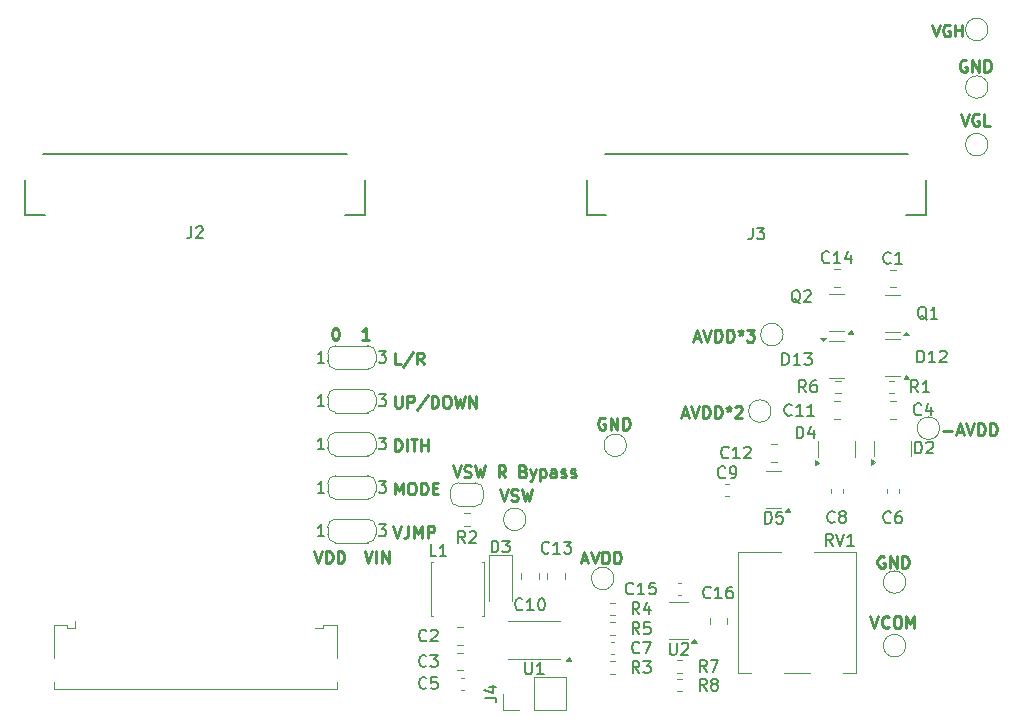
<source format=gto>
%TF.GenerationSoftware,KiCad,Pcbnew,9.0.1*%
%TF.CreationDate,2025-04-23T14:31:23+07:00*%
%TF.ProjectId,LCD-50-bias-supply,4c43442d-3530-42d6-9269-61732d737570,rev?*%
%TF.SameCoordinates,Original*%
%TF.FileFunction,Legend,Top*%
%TF.FilePolarity,Positive*%
%FSLAX45Y45*%
G04 Gerber Fmt 4.5, Leading zero omitted, Abs format (unit mm)*
G04 Created by KiCad (PCBNEW 9.0.1) date 2025-04-23 14:31:23*
%MOMM*%
%LPD*%
G01*
G04 APERTURE LIST*
%ADD10C,0.250000*%
%ADD11C,0.150000*%
%ADD12C,0.120000*%
%ADD13C,0.152400*%
G04 APERTURE END LIST*
D10*
X17998057Y-10125112D02*
X18074247Y-10125112D01*
X18117104Y-10134635D02*
X18164723Y-10134635D01*
X18107581Y-10163207D02*
X18140914Y-10063207D01*
X18140914Y-10063207D02*
X18174247Y-10163207D01*
X18193295Y-10063207D02*
X18226628Y-10163207D01*
X18226628Y-10163207D02*
X18259962Y-10063207D01*
X18293295Y-10163207D02*
X18293295Y-10063207D01*
X18293295Y-10063207D02*
X18317104Y-10063207D01*
X18317104Y-10063207D02*
X18331390Y-10067969D01*
X18331390Y-10067969D02*
X18340914Y-10077493D01*
X18340914Y-10077493D02*
X18345676Y-10087016D01*
X18345676Y-10087016D02*
X18350438Y-10106064D01*
X18350438Y-10106064D02*
X18350438Y-10120350D01*
X18350438Y-10120350D02*
X18345676Y-10139397D01*
X18345676Y-10139397D02*
X18340914Y-10148921D01*
X18340914Y-10148921D02*
X18331390Y-10158445D01*
X18331390Y-10158445D02*
X18317104Y-10163207D01*
X18317104Y-10163207D02*
X18293295Y-10163207D01*
X18393295Y-10163207D02*
X18393295Y-10063207D01*
X18393295Y-10063207D02*
X18417104Y-10063207D01*
X18417104Y-10063207D02*
X18431390Y-10067969D01*
X18431390Y-10067969D02*
X18440914Y-10077493D01*
X18440914Y-10077493D02*
X18445676Y-10087016D01*
X18445676Y-10087016D02*
X18450438Y-10106064D01*
X18450438Y-10106064D02*
X18450438Y-10120350D01*
X18450438Y-10120350D02*
X18445676Y-10139397D01*
X18445676Y-10139397D02*
X18440914Y-10148921D01*
X18440914Y-10148921D02*
X18431390Y-10158445D01*
X18431390Y-10158445D02*
X18417104Y-10163207D01*
X18417104Y-10163207D02*
X18393295Y-10163207D01*
X13340651Y-10931887D02*
X13373984Y-11031887D01*
X13373984Y-11031887D02*
X13407318Y-10931887D01*
X13469222Y-10931887D02*
X13469222Y-11003315D01*
X13469222Y-11003315D02*
X13464461Y-11017601D01*
X13464461Y-11017601D02*
X13454937Y-11027125D01*
X13454937Y-11027125D02*
X13440651Y-11031887D01*
X13440651Y-11031887D02*
X13431127Y-11031887D01*
X13516842Y-11031887D02*
X13516842Y-10931887D01*
X13516842Y-10931887D02*
X13550175Y-11003315D01*
X13550175Y-11003315D02*
X13583508Y-10931887D01*
X13583508Y-10931887D02*
X13583508Y-11031887D01*
X13631127Y-11031887D02*
X13631127Y-10931887D01*
X13631127Y-10931887D02*
X13669222Y-10931887D01*
X13669222Y-10931887D02*
X13678746Y-10936649D01*
X13678746Y-10936649D02*
X13683508Y-10941411D01*
X13683508Y-10941411D02*
X13688270Y-10950935D01*
X13688270Y-10950935D02*
X13688270Y-10965220D01*
X13688270Y-10965220D02*
X13683508Y-10974744D01*
X13683508Y-10974744D02*
X13678746Y-10979506D01*
X13678746Y-10979506D02*
X13669222Y-10984268D01*
X13669222Y-10984268D02*
X13631127Y-10984268D01*
X12670091Y-11143742D02*
X12703424Y-11243742D01*
X12703424Y-11243742D02*
X12736758Y-11143742D01*
X12770091Y-11243742D02*
X12770091Y-11143742D01*
X12770091Y-11143742D02*
X12793901Y-11143742D01*
X12793901Y-11143742D02*
X12808186Y-11148504D01*
X12808186Y-11148504D02*
X12817710Y-11158028D01*
X12817710Y-11158028D02*
X12822472Y-11167551D01*
X12822472Y-11167551D02*
X12827234Y-11186599D01*
X12827234Y-11186599D02*
X12827234Y-11200885D01*
X12827234Y-11200885D02*
X12822472Y-11219932D01*
X12822472Y-11219932D02*
X12817710Y-11229456D01*
X12817710Y-11229456D02*
X12808186Y-11238980D01*
X12808186Y-11238980D02*
X12793901Y-11243742D01*
X12793901Y-11243742D02*
X12770091Y-11243742D01*
X12870091Y-11243742D02*
X12870091Y-11143742D01*
X12870091Y-11143742D02*
X12893901Y-11143742D01*
X12893901Y-11143742D02*
X12908186Y-11148504D01*
X12908186Y-11148504D02*
X12917710Y-11158028D01*
X12917710Y-11158028D02*
X12922472Y-11167551D01*
X12922472Y-11167551D02*
X12927234Y-11186599D01*
X12927234Y-11186599D02*
X12927234Y-11200885D01*
X12927234Y-11200885D02*
X12922472Y-11219932D01*
X12922472Y-11219932D02*
X12917710Y-11229456D01*
X12917710Y-11229456D02*
X12908186Y-11238980D01*
X12908186Y-11238980D02*
X12893901Y-11243742D01*
X12893901Y-11243742D02*
X12870091Y-11243742D01*
X12845785Y-9256522D02*
X12855309Y-9256522D01*
X12855309Y-9256522D02*
X12864833Y-9261284D01*
X12864833Y-9261284D02*
X12869595Y-9266046D01*
X12869595Y-9266046D02*
X12874357Y-9275570D01*
X12874357Y-9275570D02*
X12879119Y-9294617D01*
X12879119Y-9294617D02*
X12879119Y-9318427D01*
X12879119Y-9318427D02*
X12874357Y-9337474D01*
X12874357Y-9337474D02*
X12869595Y-9346998D01*
X12869595Y-9346998D02*
X12864833Y-9351760D01*
X12864833Y-9351760D02*
X12855309Y-9356522D01*
X12855309Y-9356522D02*
X12845785Y-9356522D01*
X12845785Y-9356522D02*
X12836262Y-9351760D01*
X12836262Y-9351760D02*
X12831500Y-9346998D01*
X12831500Y-9346998D02*
X12826738Y-9337474D01*
X12826738Y-9337474D02*
X12821976Y-9318427D01*
X12821976Y-9318427D02*
X12821976Y-9294617D01*
X12821976Y-9294617D02*
X12826738Y-9275570D01*
X12826738Y-9275570D02*
X12831500Y-9266046D01*
X12831500Y-9266046D02*
X12836262Y-9261284D01*
X12836262Y-9261284D02*
X12845785Y-9256522D01*
X15132437Y-10020744D02*
X15122913Y-10015982D01*
X15122913Y-10015982D02*
X15108627Y-10015982D01*
X15108627Y-10015982D02*
X15094342Y-10020744D01*
X15094342Y-10020744D02*
X15084818Y-10030268D01*
X15084818Y-10030268D02*
X15080056Y-10039791D01*
X15080056Y-10039791D02*
X15075294Y-10058839D01*
X15075294Y-10058839D02*
X15075294Y-10073125D01*
X15075294Y-10073125D02*
X15080056Y-10092172D01*
X15080056Y-10092172D02*
X15084818Y-10101696D01*
X15084818Y-10101696D02*
X15094342Y-10111220D01*
X15094342Y-10111220D02*
X15108627Y-10115982D01*
X15108627Y-10115982D02*
X15118151Y-10115982D01*
X15118151Y-10115982D02*
X15132437Y-10111220D01*
X15132437Y-10111220D02*
X15137199Y-10106458D01*
X15137199Y-10106458D02*
X15137199Y-10073125D01*
X15137199Y-10073125D02*
X15118151Y-10073125D01*
X15180056Y-10115982D02*
X15180056Y-10015982D01*
X15180056Y-10015982D02*
X15237199Y-10115982D01*
X15237199Y-10115982D02*
X15237199Y-10015982D01*
X15284818Y-10115982D02*
X15284818Y-10015982D01*
X15284818Y-10015982D02*
X15308627Y-10015982D01*
X15308627Y-10015982D02*
X15322913Y-10020744D01*
X15322913Y-10020744D02*
X15332437Y-10030268D01*
X15332437Y-10030268D02*
X15337199Y-10039791D01*
X15337199Y-10039791D02*
X15341961Y-10058839D01*
X15341961Y-10058839D02*
X15341961Y-10073125D01*
X15341961Y-10073125D02*
X15337199Y-10092172D01*
X15337199Y-10092172D02*
X15332437Y-10101696D01*
X15332437Y-10101696D02*
X15322913Y-10111220D01*
X15322913Y-10111220D02*
X15308627Y-10115982D01*
X15308627Y-10115982D02*
X15284818Y-10115982D01*
X13354937Y-9830797D02*
X13354937Y-9911749D01*
X13354937Y-9911749D02*
X13359699Y-9921273D01*
X13359699Y-9921273D02*
X13364461Y-9926035D01*
X13364461Y-9926035D02*
X13373984Y-9930797D01*
X13373984Y-9930797D02*
X13393032Y-9930797D01*
X13393032Y-9930797D02*
X13402556Y-9926035D01*
X13402556Y-9926035D02*
X13407318Y-9921273D01*
X13407318Y-9921273D02*
X13412080Y-9911749D01*
X13412080Y-9911749D02*
X13412080Y-9830797D01*
X13459699Y-9930797D02*
X13459699Y-9830797D01*
X13459699Y-9830797D02*
X13497794Y-9830797D01*
X13497794Y-9830797D02*
X13507318Y-9835559D01*
X13507318Y-9835559D02*
X13512080Y-9840321D01*
X13512080Y-9840321D02*
X13516841Y-9849845D01*
X13516841Y-9849845D02*
X13516841Y-9864130D01*
X13516841Y-9864130D02*
X13512080Y-9873654D01*
X13512080Y-9873654D02*
X13507318Y-9878416D01*
X13507318Y-9878416D02*
X13497794Y-9883178D01*
X13497794Y-9883178D02*
X13459699Y-9883178D01*
X13631127Y-9826035D02*
X13545413Y-9954606D01*
X13664461Y-9930797D02*
X13664461Y-9830797D01*
X13664461Y-9830797D02*
X13688270Y-9830797D01*
X13688270Y-9830797D02*
X13702556Y-9835559D01*
X13702556Y-9835559D02*
X13712080Y-9845083D01*
X13712080Y-9845083D02*
X13716841Y-9854606D01*
X13716841Y-9854606D02*
X13721603Y-9873654D01*
X13721603Y-9873654D02*
X13721603Y-9887940D01*
X13721603Y-9887940D02*
X13716841Y-9906987D01*
X13716841Y-9906987D02*
X13712080Y-9916511D01*
X13712080Y-9916511D02*
X13702556Y-9926035D01*
X13702556Y-9926035D02*
X13688270Y-9930797D01*
X13688270Y-9930797D02*
X13664461Y-9930797D01*
X13783508Y-9830797D02*
X13802556Y-9830797D01*
X13802556Y-9830797D02*
X13812080Y-9835559D01*
X13812080Y-9835559D02*
X13821603Y-9845083D01*
X13821603Y-9845083D02*
X13826365Y-9864130D01*
X13826365Y-9864130D02*
X13826365Y-9897464D01*
X13826365Y-9897464D02*
X13821603Y-9916511D01*
X13821603Y-9916511D02*
X13812080Y-9926035D01*
X13812080Y-9926035D02*
X13802556Y-9930797D01*
X13802556Y-9930797D02*
X13783508Y-9930797D01*
X13783508Y-9930797D02*
X13773984Y-9926035D01*
X13773984Y-9926035D02*
X13764461Y-9916511D01*
X13764461Y-9916511D02*
X13759699Y-9897464D01*
X13759699Y-9897464D02*
X13759699Y-9864130D01*
X13759699Y-9864130D02*
X13764461Y-9845083D01*
X13764461Y-9845083D02*
X13773984Y-9835559D01*
X13773984Y-9835559D02*
X13783508Y-9830797D01*
X13859699Y-9830797D02*
X13883508Y-9930797D01*
X13883508Y-9930797D02*
X13902556Y-9859368D01*
X13902556Y-9859368D02*
X13921603Y-9930797D01*
X13921603Y-9930797D02*
X13945413Y-9830797D01*
X13983508Y-9930797D02*
X13983508Y-9830797D01*
X13983508Y-9830797D02*
X14040651Y-9930797D01*
X14040651Y-9930797D02*
X14040651Y-9830797D01*
X13354937Y-10297827D02*
X13354937Y-10197827D01*
X13354937Y-10197827D02*
X13378746Y-10197827D01*
X13378746Y-10197827D02*
X13393032Y-10202589D01*
X13393032Y-10202589D02*
X13402556Y-10212113D01*
X13402556Y-10212113D02*
X13407318Y-10221636D01*
X13407318Y-10221636D02*
X13412080Y-10240684D01*
X13412080Y-10240684D02*
X13412080Y-10254970D01*
X13412080Y-10254970D02*
X13407318Y-10274017D01*
X13407318Y-10274017D02*
X13402556Y-10283541D01*
X13402556Y-10283541D02*
X13393032Y-10293065D01*
X13393032Y-10293065D02*
X13378746Y-10297827D01*
X13378746Y-10297827D02*
X13354937Y-10297827D01*
X13454937Y-10297827D02*
X13454937Y-10197827D01*
X13488270Y-10197827D02*
X13545413Y-10197827D01*
X13516841Y-10297827D02*
X13516841Y-10197827D01*
X13578746Y-10297827D02*
X13578746Y-10197827D01*
X13578746Y-10245446D02*
X13635889Y-10245446D01*
X13635889Y-10297827D02*
X13635889Y-10197827D01*
X17380510Y-11694922D02*
X17413844Y-11794922D01*
X17413844Y-11794922D02*
X17447177Y-11694922D01*
X17537653Y-11785398D02*
X17532891Y-11790160D01*
X17532891Y-11790160D02*
X17518605Y-11794922D01*
X17518605Y-11794922D02*
X17509082Y-11794922D01*
X17509082Y-11794922D02*
X17494796Y-11790160D01*
X17494796Y-11790160D02*
X17485272Y-11780636D01*
X17485272Y-11780636D02*
X17480510Y-11771112D01*
X17480510Y-11771112D02*
X17475748Y-11752065D01*
X17475748Y-11752065D02*
X17475748Y-11737779D01*
X17475748Y-11737779D02*
X17480510Y-11718731D01*
X17480510Y-11718731D02*
X17485272Y-11709208D01*
X17485272Y-11709208D02*
X17494796Y-11699684D01*
X17494796Y-11699684D02*
X17509082Y-11694922D01*
X17509082Y-11694922D02*
X17518605Y-11694922D01*
X17518605Y-11694922D02*
X17532891Y-11699684D01*
X17532891Y-11699684D02*
X17537653Y-11704446D01*
X17599558Y-11694922D02*
X17618605Y-11694922D01*
X17618605Y-11694922D02*
X17628129Y-11699684D01*
X17628129Y-11699684D02*
X17637653Y-11709208D01*
X17637653Y-11709208D02*
X17642415Y-11728255D01*
X17642415Y-11728255D02*
X17642415Y-11761588D01*
X17642415Y-11761588D02*
X17637653Y-11780636D01*
X17637653Y-11780636D02*
X17628129Y-11790160D01*
X17628129Y-11790160D02*
X17618605Y-11794922D01*
X17618605Y-11794922D02*
X17599558Y-11794922D01*
X17599558Y-11794922D02*
X17590034Y-11790160D01*
X17590034Y-11790160D02*
X17580510Y-11780636D01*
X17580510Y-11780636D02*
X17575748Y-11761588D01*
X17575748Y-11761588D02*
X17575748Y-11728255D01*
X17575748Y-11728255D02*
X17580510Y-11709208D01*
X17580510Y-11709208D02*
X17590034Y-11699684D01*
X17590034Y-11699684D02*
X17599558Y-11694922D01*
X17685272Y-11794922D02*
X17685272Y-11694922D01*
X17685272Y-11694922D02*
X17718605Y-11766350D01*
X17718605Y-11766350D02*
X17751939Y-11694922D01*
X17751939Y-11694922D02*
X17751939Y-11794922D01*
X13402556Y-9563767D02*
X13354937Y-9563767D01*
X13354937Y-9563767D02*
X13354937Y-9463767D01*
X13507318Y-9459005D02*
X13421603Y-9587576D01*
X13597794Y-9563767D02*
X13564461Y-9516148D01*
X13540651Y-9563767D02*
X13540651Y-9463767D01*
X13540651Y-9463767D02*
X13578746Y-9463767D01*
X13578746Y-9463767D02*
X13588270Y-9468529D01*
X13588270Y-9468529D02*
X13593032Y-9473291D01*
X13593032Y-9473291D02*
X13597794Y-9482815D01*
X13597794Y-9482815D02*
X13597794Y-9497100D01*
X13597794Y-9497100D02*
X13593032Y-9506624D01*
X13593032Y-9506624D02*
X13588270Y-9511386D01*
X13588270Y-9511386D02*
X13578746Y-9516148D01*
X13578746Y-9516148D02*
X13540651Y-9516148D01*
X17497177Y-11191684D02*
X17487653Y-11186922D01*
X17487653Y-11186922D02*
X17473367Y-11186922D01*
X17473367Y-11186922D02*
X17459082Y-11191684D01*
X17459082Y-11191684D02*
X17449558Y-11201208D01*
X17449558Y-11201208D02*
X17444796Y-11210731D01*
X17444796Y-11210731D02*
X17440034Y-11229779D01*
X17440034Y-11229779D02*
X17440034Y-11244065D01*
X17440034Y-11244065D02*
X17444796Y-11263112D01*
X17444796Y-11263112D02*
X17449558Y-11272636D01*
X17449558Y-11272636D02*
X17459082Y-11282160D01*
X17459082Y-11282160D02*
X17473367Y-11286922D01*
X17473367Y-11286922D02*
X17482891Y-11286922D01*
X17482891Y-11286922D02*
X17497177Y-11282160D01*
X17497177Y-11282160D02*
X17501939Y-11277398D01*
X17501939Y-11277398D02*
X17501939Y-11244065D01*
X17501939Y-11244065D02*
X17482891Y-11244065D01*
X17544796Y-11286922D02*
X17544796Y-11186922D01*
X17544796Y-11186922D02*
X17601939Y-11286922D01*
X17601939Y-11286922D02*
X17601939Y-11186922D01*
X17649558Y-11286922D02*
X17649558Y-11186922D01*
X17649558Y-11186922D02*
X17673367Y-11186922D01*
X17673367Y-11186922D02*
X17687653Y-11191684D01*
X17687653Y-11191684D02*
X17697177Y-11201208D01*
X17697177Y-11201208D02*
X17701939Y-11210731D01*
X17701939Y-11210731D02*
X17706701Y-11229779D01*
X17706701Y-11229779D02*
X17706701Y-11244065D01*
X17706701Y-11244065D02*
X17701939Y-11263112D01*
X17701939Y-11263112D02*
X17697177Y-11272636D01*
X17697177Y-11272636D02*
X17687653Y-11282160D01*
X17687653Y-11282160D02*
X17673367Y-11286922D01*
X17673367Y-11286922D02*
X17649558Y-11286922D01*
X13846111Y-10419842D02*
X13879444Y-10519842D01*
X13879444Y-10519842D02*
X13912778Y-10419842D01*
X13941349Y-10515080D02*
X13955635Y-10519842D01*
X13955635Y-10519842D02*
X13979444Y-10519842D01*
X13979444Y-10519842D02*
X13988968Y-10515080D01*
X13988968Y-10515080D02*
X13993730Y-10510318D01*
X13993730Y-10510318D02*
X13998492Y-10500794D01*
X13998492Y-10500794D02*
X13998492Y-10491270D01*
X13998492Y-10491270D02*
X13993730Y-10481747D01*
X13993730Y-10481747D02*
X13988968Y-10476985D01*
X13988968Y-10476985D02*
X13979444Y-10472223D01*
X13979444Y-10472223D02*
X13960397Y-10467461D01*
X13960397Y-10467461D02*
X13950873Y-10462699D01*
X13950873Y-10462699D02*
X13946111Y-10457937D01*
X13946111Y-10457937D02*
X13941349Y-10448413D01*
X13941349Y-10448413D02*
X13941349Y-10438890D01*
X13941349Y-10438890D02*
X13946111Y-10429366D01*
X13946111Y-10429366D02*
X13950873Y-10424604D01*
X13950873Y-10424604D02*
X13960397Y-10419842D01*
X13960397Y-10419842D02*
X13984206Y-10419842D01*
X13984206Y-10419842D02*
X13998492Y-10424604D01*
X14031825Y-10419842D02*
X14055635Y-10519842D01*
X14055635Y-10519842D02*
X14074682Y-10448413D01*
X14074682Y-10448413D02*
X14093730Y-10519842D01*
X14093730Y-10519842D02*
X14117540Y-10419842D01*
X14288968Y-10519842D02*
X14255635Y-10472223D01*
X14231825Y-10519842D02*
X14231825Y-10419842D01*
X14231825Y-10419842D02*
X14269921Y-10419842D01*
X14269921Y-10419842D02*
X14279444Y-10424604D01*
X14279444Y-10424604D02*
X14284206Y-10429366D01*
X14284206Y-10429366D02*
X14288968Y-10438890D01*
X14288968Y-10438890D02*
X14288968Y-10453175D01*
X14288968Y-10453175D02*
X14284206Y-10462699D01*
X14284206Y-10462699D02*
X14279444Y-10467461D01*
X14279444Y-10467461D02*
X14269921Y-10472223D01*
X14269921Y-10472223D02*
X14231825Y-10472223D01*
X14441349Y-10467461D02*
X14455635Y-10472223D01*
X14455635Y-10472223D02*
X14460397Y-10476985D01*
X14460397Y-10476985D02*
X14465159Y-10486509D01*
X14465159Y-10486509D02*
X14465159Y-10500794D01*
X14465159Y-10500794D02*
X14460397Y-10510318D01*
X14460397Y-10510318D02*
X14455635Y-10515080D01*
X14455635Y-10515080D02*
X14446111Y-10519842D01*
X14446111Y-10519842D02*
X14408016Y-10519842D01*
X14408016Y-10519842D02*
X14408016Y-10419842D01*
X14408016Y-10419842D02*
X14441349Y-10419842D01*
X14441349Y-10419842D02*
X14450873Y-10424604D01*
X14450873Y-10424604D02*
X14455635Y-10429366D01*
X14455635Y-10429366D02*
X14460397Y-10438890D01*
X14460397Y-10438890D02*
X14460397Y-10448413D01*
X14460397Y-10448413D02*
X14455635Y-10457937D01*
X14455635Y-10457937D02*
X14450873Y-10462699D01*
X14450873Y-10462699D02*
X14441349Y-10467461D01*
X14441349Y-10467461D02*
X14408016Y-10467461D01*
X14498492Y-10453175D02*
X14522302Y-10519842D01*
X14546111Y-10453175D02*
X14522302Y-10519842D01*
X14522302Y-10519842D02*
X14512778Y-10543651D01*
X14512778Y-10543651D02*
X14508016Y-10548413D01*
X14508016Y-10548413D02*
X14498492Y-10553175D01*
X14584206Y-10453175D02*
X14584206Y-10553175D01*
X14584206Y-10457937D02*
X14593730Y-10453175D01*
X14593730Y-10453175D02*
X14612778Y-10453175D01*
X14612778Y-10453175D02*
X14622302Y-10457937D01*
X14622302Y-10457937D02*
X14627063Y-10462699D01*
X14627063Y-10462699D02*
X14631825Y-10472223D01*
X14631825Y-10472223D02*
X14631825Y-10500794D01*
X14631825Y-10500794D02*
X14627063Y-10510318D01*
X14627063Y-10510318D02*
X14622302Y-10515080D01*
X14622302Y-10515080D02*
X14612778Y-10519842D01*
X14612778Y-10519842D02*
X14593730Y-10519842D01*
X14593730Y-10519842D02*
X14584206Y-10515080D01*
X14717540Y-10519842D02*
X14717540Y-10467461D01*
X14717540Y-10467461D02*
X14712778Y-10457937D01*
X14712778Y-10457937D02*
X14703254Y-10453175D01*
X14703254Y-10453175D02*
X14684206Y-10453175D01*
X14684206Y-10453175D02*
X14674683Y-10457937D01*
X14717540Y-10515080D02*
X14708016Y-10519842D01*
X14708016Y-10519842D02*
X14684206Y-10519842D01*
X14684206Y-10519842D02*
X14674683Y-10515080D01*
X14674683Y-10515080D02*
X14669921Y-10505556D01*
X14669921Y-10505556D02*
X14669921Y-10496032D01*
X14669921Y-10496032D02*
X14674683Y-10486509D01*
X14674683Y-10486509D02*
X14684206Y-10481747D01*
X14684206Y-10481747D02*
X14708016Y-10481747D01*
X14708016Y-10481747D02*
X14717540Y-10476985D01*
X14760397Y-10515080D02*
X14769921Y-10519842D01*
X14769921Y-10519842D02*
X14788968Y-10519842D01*
X14788968Y-10519842D02*
X14798492Y-10515080D01*
X14798492Y-10515080D02*
X14803254Y-10505556D01*
X14803254Y-10505556D02*
X14803254Y-10500794D01*
X14803254Y-10500794D02*
X14798492Y-10491270D01*
X14798492Y-10491270D02*
X14788968Y-10486509D01*
X14788968Y-10486509D02*
X14774683Y-10486509D01*
X14774683Y-10486509D02*
X14765159Y-10481747D01*
X14765159Y-10481747D02*
X14760397Y-10472223D01*
X14760397Y-10472223D02*
X14760397Y-10467461D01*
X14760397Y-10467461D02*
X14765159Y-10457937D01*
X14765159Y-10457937D02*
X14774683Y-10453175D01*
X14774683Y-10453175D02*
X14788968Y-10453175D01*
X14788968Y-10453175D02*
X14798492Y-10457937D01*
X14841349Y-10515080D02*
X14850873Y-10519842D01*
X14850873Y-10519842D02*
X14869921Y-10519842D01*
X14869921Y-10519842D02*
X14879444Y-10515080D01*
X14879444Y-10515080D02*
X14884206Y-10505556D01*
X14884206Y-10505556D02*
X14884206Y-10500794D01*
X14884206Y-10500794D02*
X14879444Y-10491270D01*
X14879444Y-10491270D02*
X14869921Y-10486509D01*
X14869921Y-10486509D02*
X14855635Y-10486509D01*
X14855635Y-10486509D02*
X14846111Y-10481747D01*
X14846111Y-10481747D02*
X14841349Y-10472223D01*
X14841349Y-10472223D02*
X14841349Y-10467461D01*
X14841349Y-10467461D02*
X14846111Y-10457937D01*
X14846111Y-10457937D02*
X14855635Y-10453175D01*
X14855635Y-10453175D02*
X14869921Y-10453175D01*
X14869921Y-10453175D02*
X14879444Y-10457937D01*
X17899951Y-6687547D02*
X17933284Y-6787547D01*
X17933284Y-6787547D02*
X17966618Y-6687547D01*
X18052332Y-6692309D02*
X18042808Y-6687547D01*
X18042808Y-6687547D02*
X18028523Y-6687547D01*
X18028523Y-6687547D02*
X18014237Y-6692309D01*
X18014237Y-6692309D02*
X18004713Y-6701833D01*
X18004713Y-6701833D02*
X17999951Y-6711356D01*
X17999951Y-6711356D02*
X17995189Y-6730404D01*
X17995189Y-6730404D02*
X17995189Y-6744690D01*
X17995189Y-6744690D02*
X17999951Y-6763737D01*
X17999951Y-6763737D02*
X18004713Y-6773261D01*
X18004713Y-6773261D02*
X18014237Y-6782785D01*
X18014237Y-6782785D02*
X18028523Y-6787547D01*
X18028523Y-6787547D02*
X18038046Y-6787547D01*
X18038046Y-6787547D02*
X18052332Y-6782785D01*
X18052332Y-6782785D02*
X18057094Y-6778023D01*
X18057094Y-6778023D02*
X18057094Y-6744690D01*
X18057094Y-6744690D02*
X18038046Y-6744690D01*
X18099951Y-6787547D02*
X18099951Y-6687547D01*
X18099951Y-6735166D02*
X18157094Y-6735166D01*
X18157094Y-6787547D02*
X18157094Y-6687547D01*
X13354937Y-10664857D02*
X13354937Y-10564857D01*
X13354937Y-10564857D02*
X13388270Y-10636285D01*
X13388270Y-10636285D02*
X13421603Y-10564857D01*
X13421603Y-10564857D02*
X13421603Y-10664857D01*
X13488270Y-10564857D02*
X13507318Y-10564857D01*
X13507318Y-10564857D02*
X13516841Y-10569619D01*
X13516841Y-10569619D02*
X13526365Y-10579143D01*
X13526365Y-10579143D02*
X13531127Y-10598190D01*
X13531127Y-10598190D02*
X13531127Y-10631524D01*
X13531127Y-10631524D02*
X13526365Y-10650571D01*
X13526365Y-10650571D02*
X13516841Y-10660095D01*
X13516841Y-10660095D02*
X13507318Y-10664857D01*
X13507318Y-10664857D02*
X13488270Y-10664857D01*
X13488270Y-10664857D02*
X13478746Y-10660095D01*
X13478746Y-10660095D02*
X13469222Y-10650571D01*
X13469222Y-10650571D02*
X13464461Y-10631524D01*
X13464461Y-10631524D02*
X13464461Y-10598190D01*
X13464461Y-10598190D02*
X13469222Y-10579143D01*
X13469222Y-10579143D02*
X13478746Y-10569619D01*
X13478746Y-10569619D02*
X13488270Y-10564857D01*
X13573984Y-10664857D02*
X13573984Y-10564857D01*
X13573984Y-10564857D02*
X13597794Y-10564857D01*
X13597794Y-10564857D02*
X13612080Y-10569619D01*
X13612080Y-10569619D02*
X13621603Y-10579143D01*
X13621603Y-10579143D02*
X13626365Y-10588666D01*
X13626365Y-10588666D02*
X13631127Y-10607714D01*
X13631127Y-10607714D02*
X13631127Y-10622000D01*
X13631127Y-10622000D02*
X13626365Y-10641047D01*
X13626365Y-10641047D02*
X13621603Y-10650571D01*
X13621603Y-10650571D02*
X13612080Y-10660095D01*
X13612080Y-10660095D02*
X13597794Y-10664857D01*
X13597794Y-10664857D02*
X13573984Y-10664857D01*
X13673984Y-10612476D02*
X13707318Y-10612476D01*
X13721603Y-10664857D02*
X13673984Y-10664857D01*
X13673984Y-10664857D02*
X13673984Y-10564857D01*
X13673984Y-10564857D02*
X13721603Y-10564857D01*
X18145518Y-7442962D02*
X18178851Y-7542962D01*
X18178851Y-7542962D02*
X18212184Y-7442962D01*
X18297899Y-7447724D02*
X18288375Y-7442962D01*
X18288375Y-7442962D02*
X18274089Y-7442962D01*
X18274089Y-7442962D02*
X18259804Y-7447724D01*
X18259804Y-7447724D02*
X18250280Y-7457248D01*
X18250280Y-7457248D02*
X18245518Y-7466771D01*
X18245518Y-7466771D02*
X18240756Y-7485819D01*
X18240756Y-7485819D02*
X18240756Y-7500105D01*
X18240756Y-7500105D02*
X18245518Y-7519152D01*
X18245518Y-7519152D02*
X18250280Y-7528676D01*
X18250280Y-7528676D02*
X18259804Y-7538200D01*
X18259804Y-7538200D02*
X18274089Y-7542962D01*
X18274089Y-7542962D02*
X18283613Y-7542962D01*
X18283613Y-7542962D02*
X18297899Y-7538200D01*
X18297899Y-7538200D02*
X18302661Y-7533438D01*
X18302661Y-7533438D02*
X18302661Y-7500105D01*
X18302661Y-7500105D02*
X18283613Y-7500105D01*
X18393137Y-7542962D02*
X18345518Y-7542962D01*
X18345518Y-7542962D02*
X18345518Y-7442962D01*
X13134119Y-9356522D02*
X13076976Y-9356522D01*
X13105547Y-9356522D02*
X13105547Y-9256522D01*
X13105547Y-9256522D02*
X13096023Y-9270808D01*
X13096023Y-9270808D02*
X13086500Y-9280331D01*
X13086500Y-9280331D02*
X13076976Y-9285093D01*
X13096811Y-11143742D02*
X13130144Y-11243742D01*
X13130144Y-11243742D02*
X13163478Y-11143742D01*
X13196811Y-11243742D02*
X13196811Y-11143742D01*
X13244430Y-11243742D02*
X13244430Y-11143742D01*
X13244430Y-11143742D02*
X13301573Y-11243742D01*
X13301573Y-11243742D02*
X13301573Y-11143742D01*
X15788575Y-9989855D02*
X15836194Y-9989855D01*
X15779051Y-10018427D02*
X15812384Y-9918427D01*
X15812384Y-9918427D02*
X15845718Y-10018427D01*
X15864765Y-9918427D02*
X15898099Y-10018427D01*
X15898099Y-10018427D02*
X15931432Y-9918427D01*
X15964765Y-10018427D02*
X15964765Y-9918427D01*
X15964765Y-9918427D02*
X15988575Y-9918427D01*
X15988575Y-9918427D02*
X16002861Y-9923189D01*
X16002861Y-9923189D02*
X16012384Y-9932713D01*
X16012384Y-9932713D02*
X16017146Y-9942236D01*
X16017146Y-9942236D02*
X16021908Y-9961284D01*
X16021908Y-9961284D02*
X16021908Y-9975570D01*
X16021908Y-9975570D02*
X16017146Y-9994617D01*
X16017146Y-9994617D02*
X16012384Y-10004141D01*
X16012384Y-10004141D02*
X16002861Y-10013665D01*
X16002861Y-10013665D02*
X15988575Y-10018427D01*
X15988575Y-10018427D02*
X15964765Y-10018427D01*
X16064765Y-10018427D02*
X16064765Y-9918427D01*
X16064765Y-9918427D02*
X16088575Y-9918427D01*
X16088575Y-9918427D02*
X16102861Y-9923189D01*
X16102861Y-9923189D02*
X16112384Y-9932713D01*
X16112384Y-9932713D02*
X16117146Y-9942236D01*
X16117146Y-9942236D02*
X16121908Y-9961284D01*
X16121908Y-9961284D02*
X16121908Y-9975570D01*
X16121908Y-9975570D02*
X16117146Y-9994617D01*
X16117146Y-9994617D02*
X16112384Y-10004141D01*
X16112384Y-10004141D02*
X16102861Y-10013665D01*
X16102861Y-10013665D02*
X16088575Y-10018427D01*
X16088575Y-10018427D02*
X16064765Y-10018427D01*
X16179051Y-9918427D02*
X16179051Y-9942236D01*
X16155242Y-9932713D02*
X16179051Y-9942236D01*
X16179051Y-9942236D02*
X16202861Y-9932713D01*
X16164765Y-9961284D02*
X16179051Y-9942236D01*
X16179051Y-9942236D02*
X16193337Y-9961284D01*
X16236194Y-9927951D02*
X16240956Y-9923189D01*
X16240956Y-9923189D02*
X16250480Y-9918427D01*
X16250480Y-9918427D02*
X16274289Y-9918427D01*
X16274289Y-9918427D02*
X16283813Y-9923189D01*
X16283813Y-9923189D02*
X16288575Y-9927951D01*
X16288575Y-9927951D02*
X16293337Y-9937475D01*
X16293337Y-9937475D02*
X16293337Y-9946998D01*
X16293337Y-9946998D02*
X16288575Y-9961284D01*
X16288575Y-9961284D02*
X16231432Y-10018427D01*
X16231432Y-10018427D02*
X16293337Y-10018427D01*
X14935371Y-11220250D02*
X14982990Y-11220250D01*
X14925847Y-11248822D02*
X14959180Y-11148822D01*
X14959180Y-11148822D02*
X14992513Y-11248822D01*
X15011561Y-11148822D02*
X15044894Y-11248822D01*
X15044894Y-11248822D02*
X15078228Y-11148822D01*
X15111561Y-11248822D02*
X15111561Y-11148822D01*
X15111561Y-11148822D02*
X15135371Y-11148822D01*
X15135371Y-11148822D02*
X15149656Y-11153584D01*
X15149656Y-11153584D02*
X15159180Y-11163108D01*
X15159180Y-11163108D02*
X15163942Y-11172631D01*
X15163942Y-11172631D02*
X15168704Y-11191679D01*
X15168704Y-11191679D02*
X15168704Y-11205965D01*
X15168704Y-11205965D02*
X15163942Y-11225012D01*
X15163942Y-11225012D02*
X15159180Y-11234536D01*
X15159180Y-11234536D02*
X15149656Y-11244060D01*
X15149656Y-11244060D02*
X15135371Y-11248822D01*
X15135371Y-11248822D02*
X15111561Y-11248822D01*
X15211561Y-11248822D02*
X15211561Y-11148822D01*
X15211561Y-11148822D02*
X15235371Y-11148822D01*
X15235371Y-11148822D02*
X15249656Y-11153584D01*
X15249656Y-11153584D02*
X15259180Y-11163108D01*
X15259180Y-11163108D02*
X15263942Y-11172631D01*
X15263942Y-11172631D02*
X15268704Y-11191679D01*
X15268704Y-11191679D02*
X15268704Y-11205965D01*
X15268704Y-11205965D02*
X15263942Y-11225012D01*
X15263942Y-11225012D02*
X15259180Y-11234536D01*
X15259180Y-11234536D02*
X15249656Y-11244060D01*
X15249656Y-11244060D02*
X15235371Y-11248822D01*
X15235371Y-11248822D02*
X15211561Y-11248822D01*
X14242351Y-10620502D02*
X14275684Y-10720502D01*
X14275684Y-10720502D02*
X14309018Y-10620502D01*
X14337589Y-10715740D02*
X14351875Y-10720502D01*
X14351875Y-10720502D02*
X14375684Y-10720502D01*
X14375684Y-10720502D02*
X14385208Y-10715740D01*
X14385208Y-10715740D02*
X14389970Y-10710978D01*
X14389970Y-10710978D02*
X14394732Y-10701454D01*
X14394732Y-10701454D02*
X14394732Y-10691930D01*
X14394732Y-10691930D02*
X14389970Y-10682407D01*
X14389970Y-10682407D02*
X14385208Y-10677645D01*
X14385208Y-10677645D02*
X14375684Y-10672883D01*
X14375684Y-10672883D02*
X14356637Y-10668121D01*
X14356637Y-10668121D02*
X14347113Y-10663359D01*
X14347113Y-10663359D02*
X14342351Y-10658597D01*
X14342351Y-10658597D02*
X14337589Y-10649073D01*
X14337589Y-10649073D02*
X14337589Y-10639550D01*
X14337589Y-10639550D02*
X14342351Y-10630026D01*
X14342351Y-10630026D02*
X14347113Y-10625264D01*
X14347113Y-10625264D02*
X14356637Y-10620502D01*
X14356637Y-10620502D02*
X14380446Y-10620502D01*
X14380446Y-10620502D02*
X14394732Y-10625264D01*
X14428065Y-10620502D02*
X14451875Y-10720502D01*
X14451875Y-10720502D02*
X14470922Y-10649073D01*
X14470922Y-10649073D02*
X14489970Y-10720502D01*
X14489970Y-10720502D02*
X14513780Y-10620502D01*
X15890175Y-9342155D02*
X15937794Y-9342155D01*
X15880651Y-9370727D02*
X15913984Y-9270727D01*
X15913984Y-9270727D02*
X15947318Y-9370727D01*
X15966365Y-9270727D02*
X15999699Y-9370727D01*
X15999699Y-9370727D02*
X16033032Y-9270727D01*
X16066365Y-9370727D02*
X16066365Y-9270727D01*
X16066365Y-9270727D02*
X16090175Y-9270727D01*
X16090175Y-9270727D02*
X16104461Y-9275489D01*
X16104461Y-9275489D02*
X16113984Y-9285013D01*
X16113984Y-9285013D02*
X16118746Y-9294536D01*
X16118746Y-9294536D02*
X16123508Y-9313584D01*
X16123508Y-9313584D02*
X16123508Y-9327870D01*
X16123508Y-9327870D02*
X16118746Y-9346917D01*
X16118746Y-9346917D02*
X16113984Y-9356441D01*
X16113984Y-9356441D02*
X16104461Y-9365965D01*
X16104461Y-9365965D02*
X16090175Y-9370727D01*
X16090175Y-9370727D02*
X16066365Y-9370727D01*
X16166365Y-9370727D02*
X16166365Y-9270727D01*
X16166365Y-9270727D02*
X16190175Y-9270727D01*
X16190175Y-9270727D02*
X16204461Y-9275489D01*
X16204461Y-9275489D02*
X16213984Y-9285013D01*
X16213984Y-9285013D02*
X16218746Y-9294536D01*
X16218746Y-9294536D02*
X16223508Y-9313584D01*
X16223508Y-9313584D02*
X16223508Y-9327870D01*
X16223508Y-9327870D02*
X16218746Y-9346917D01*
X16218746Y-9346917D02*
X16213984Y-9356441D01*
X16213984Y-9356441D02*
X16204461Y-9365965D01*
X16204461Y-9365965D02*
X16190175Y-9370727D01*
X16190175Y-9370727D02*
X16166365Y-9370727D01*
X16280651Y-9270727D02*
X16280651Y-9294536D01*
X16256842Y-9285013D02*
X16280651Y-9294536D01*
X16280651Y-9294536D02*
X16304461Y-9285013D01*
X16266365Y-9313584D02*
X16280651Y-9294536D01*
X16280651Y-9294536D02*
X16294937Y-9313584D01*
X16333032Y-9270727D02*
X16394937Y-9270727D01*
X16394937Y-9270727D02*
X16361603Y-9308822D01*
X16361603Y-9308822D02*
X16375889Y-9308822D01*
X16375889Y-9308822D02*
X16385413Y-9313584D01*
X16385413Y-9313584D02*
X16390175Y-9318346D01*
X16390175Y-9318346D02*
X16394937Y-9327870D01*
X16394937Y-9327870D02*
X16394937Y-9351679D01*
X16394937Y-9351679D02*
X16390175Y-9361203D01*
X16390175Y-9361203D02*
X16385413Y-9365965D01*
X16385413Y-9365965D02*
X16375889Y-9370727D01*
X16375889Y-9370727D02*
X16347318Y-9370727D01*
X16347318Y-9370727D02*
X16337794Y-9365965D01*
X16337794Y-9365965D02*
X16333032Y-9361203D01*
X18193137Y-6990524D02*
X18183613Y-6985762D01*
X18183613Y-6985762D02*
X18169327Y-6985762D01*
X18169327Y-6985762D02*
X18155042Y-6990524D01*
X18155042Y-6990524D02*
X18145518Y-7000048D01*
X18145518Y-7000048D02*
X18140756Y-7009571D01*
X18140756Y-7009571D02*
X18135994Y-7028619D01*
X18135994Y-7028619D02*
X18135994Y-7042905D01*
X18135994Y-7042905D02*
X18140756Y-7061952D01*
X18140756Y-7061952D02*
X18145518Y-7071476D01*
X18145518Y-7071476D02*
X18155042Y-7081000D01*
X18155042Y-7081000D02*
X18169327Y-7085762D01*
X18169327Y-7085762D02*
X18178851Y-7085762D01*
X18178851Y-7085762D02*
X18193137Y-7081000D01*
X18193137Y-7081000D02*
X18197899Y-7076238D01*
X18197899Y-7076238D02*
X18197899Y-7042905D01*
X18197899Y-7042905D02*
X18178851Y-7042905D01*
X18240756Y-7085762D02*
X18240756Y-6985762D01*
X18240756Y-6985762D02*
X18297899Y-7085762D01*
X18297899Y-7085762D02*
X18297899Y-6985762D01*
X18345518Y-7085762D02*
X18345518Y-6985762D01*
X18345518Y-6985762D02*
X18369327Y-6985762D01*
X18369327Y-6985762D02*
X18383613Y-6990524D01*
X18383613Y-6990524D02*
X18393137Y-7000048D01*
X18393137Y-7000048D02*
X18397899Y-7009571D01*
X18397899Y-7009571D02*
X18402661Y-7028619D01*
X18402661Y-7028619D02*
X18402661Y-7042905D01*
X18402661Y-7042905D02*
X18397899Y-7061952D01*
X18397899Y-7061952D02*
X18393137Y-7071476D01*
X18393137Y-7071476D02*
X18383613Y-7081000D01*
X18383613Y-7081000D02*
X18369327Y-7085762D01*
X18369327Y-7085762D02*
X18345518Y-7085762D01*
D11*
X16634951Y-9567942D02*
X16634951Y-9467942D01*
X16634951Y-9467942D02*
X16658761Y-9467942D01*
X16658761Y-9467942D02*
X16673047Y-9472704D01*
X16673047Y-9472704D02*
X16682570Y-9482228D01*
X16682570Y-9482228D02*
X16687332Y-9491751D01*
X16687332Y-9491751D02*
X16692094Y-9510799D01*
X16692094Y-9510799D02*
X16692094Y-9525085D01*
X16692094Y-9525085D02*
X16687332Y-9544132D01*
X16687332Y-9544132D02*
X16682570Y-9553656D01*
X16682570Y-9553656D02*
X16673047Y-9563180D01*
X16673047Y-9563180D02*
X16658761Y-9567942D01*
X16658761Y-9567942D02*
X16634951Y-9567942D01*
X16787332Y-9567942D02*
X16730189Y-9567942D01*
X16758761Y-9567942D02*
X16758761Y-9467942D01*
X16758761Y-9467942D02*
X16749237Y-9482228D01*
X16749237Y-9482228D02*
X16739713Y-9491751D01*
X16739713Y-9491751D02*
X16730189Y-9496513D01*
X16820666Y-9467942D02*
X16882570Y-9467942D01*
X16882570Y-9467942D02*
X16849237Y-9506037D01*
X16849237Y-9506037D02*
X16863523Y-9506037D01*
X16863523Y-9506037D02*
X16873047Y-9510799D01*
X16873047Y-9510799D02*
X16877809Y-9515561D01*
X16877809Y-9515561D02*
X16882570Y-9525085D01*
X16882570Y-9525085D02*
X16882570Y-9548894D01*
X16882570Y-9548894D02*
X16877809Y-9558418D01*
X16877809Y-9558418D02*
X16873047Y-9563180D01*
X16873047Y-9563180D02*
X16863523Y-9567942D01*
X16863523Y-9567942D02*
X16834951Y-9567942D01*
X16834951Y-9567942D02*
X16825428Y-9563180D01*
X16825428Y-9563180D02*
X16820666Y-9558418D01*
X17777951Y-9547622D02*
X17777951Y-9447622D01*
X17777951Y-9447622D02*
X17801761Y-9447622D01*
X17801761Y-9447622D02*
X17816047Y-9452384D01*
X17816047Y-9452384D02*
X17825570Y-9461908D01*
X17825570Y-9461908D02*
X17830332Y-9471431D01*
X17830332Y-9471431D02*
X17835094Y-9490479D01*
X17835094Y-9490479D02*
X17835094Y-9504765D01*
X17835094Y-9504765D02*
X17830332Y-9523812D01*
X17830332Y-9523812D02*
X17825570Y-9533336D01*
X17825570Y-9533336D02*
X17816047Y-9542860D01*
X17816047Y-9542860D02*
X17801761Y-9547622D01*
X17801761Y-9547622D02*
X17777951Y-9547622D01*
X17930332Y-9547622D02*
X17873190Y-9547622D01*
X17901761Y-9547622D02*
X17901761Y-9447622D01*
X17901761Y-9447622D02*
X17892237Y-9461908D01*
X17892237Y-9461908D02*
X17882713Y-9471431D01*
X17882713Y-9471431D02*
X17873190Y-9476193D01*
X17968428Y-9457146D02*
X17973190Y-9452384D01*
X17973190Y-9452384D02*
X17982713Y-9447622D01*
X17982713Y-9447622D02*
X18006523Y-9447622D01*
X18006523Y-9447622D02*
X18016047Y-9452384D01*
X18016047Y-9452384D02*
X18020809Y-9457146D01*
X18020809Y-9457146D02*
X18025570Y-9466670D01*
X18025570Y-9466670D02*
X18025570Y-9476193D01*
X18025570Y-9476193D02*
X18020809Y-9490479D01*
X18020809Y-9490479D02*
X17963666Y-9547622D01*
X17963666Y-9547622D02*
X18025570Y-9547622D01*
X14173050Y-11155442D02*
X14173050Y-11055442D01*
X14173050Y-11055442D02*
X14196860Y-11055442D01*
X14196860Y-11055442D02*
X14211146Y-11060204D01*
X14211146Y-11060204D02*
X14220669Y-11069728D01*
X14220669Y-11069728D02*
X14225431Y-11079251D01*
X14225431Y-11079251D02*
X14230193Y-11098299D01*
X14230193Y-11098299D02*
X14230193Y-11112585D01*
X14230193Y-11112585D02*
X14225431Y-11131632D01*
X14225431Y-11131632D02*
X14220669Y-11141156D01*
X14220669Y-11141156D02*
X14211146Y-11150680D01*
X14211146Y-11150680D02*
X14196860Y-11155442D01*
X14196860Y-11155442D02*
X14173050Y-11155442D01*
X14263527Y-11055442D02*
X14325431Y-11055442D01*
X14325431Y-11055442D02*
X14292098Y-11093537D01*
X14292098Y-11093537D02*
X14306384Y-11093537D01*
X14306384Y-11093537D02*
X14315908Y-11098299D01*
X14315908Y-11098299D02*
X14320669Y-11103061D01*
X14320669Y-11103061D02*
X14325431Y-11112585D01*
X14325431Y-11112585D02*
X14325431Y-11136394D01*
X14325431Y-11136394D02*
X14320669Y-11145918D01*
X14320669Y-11145918D02*
X14315908Y-11150680D01*
X14315908Y-11150680D02*
X14306384Y-11155442D01*
X14306384Y-11155442D02*
X14277812Y-11155442D01*
X14277812Y-11155442D02*
X14268289Y-11150680D01*
X14268289Y-11150680D02*
X14263527Y-11145918D01*
X16382687Y-8406222D02*
X16382687Y-8477650D01*
X16382687Y-8477650D02*
X16377925Y-8491936D01*
X16377925Y-8491936D02*
X16368401Y-8501460D01*
X16368401Y-8501460D02*
X16354115Y-8506222D01*
X16354115Y-8506222D02*
X16344591Y-8506222D01*
X16420782Y-8406222D02*
X16482687Y-8406222D01*
X16482687Y-8406222D02*
X16449353Y-8444317D01*
X16449353Y-8444317D02*
X16463639Y-8444317D01*
X16463639Y-8444317D02*
X16473163Y-8449079D01*
X16473163Y-8449079D02*
X16477925Y-8453841D01*
X16477925Y-8453841D02*
X16482687Y-8463365D01*
X16482687Y-8463365D02*
X16482687Y-8487174D01*
X16482687Y-8487174D02*
X16477925Y-8496698D01*
X16477925Y-8496698D02*
X16473163Y-8501460D01*
X16473163Y-8501460D02*
X16463639Y-8506222D01*
X16463639Y-8506222D02*
X16435068Y-8506222D01*
X16435068Y-8506222D02*
X16425544Y-8501460D01*
X16425544Y-8501460D02*
X16420782Y-8496698D01*
X11628847Y-8396062D02*
X11628847Y-8467490D01*
X11628847Y-8467490D02*
X11624085Y-8481776D01*
X11624085Y-8481776D02*
X11614561Y-8491300D01*
X11614561Y-8491300D02*
X11600275Y-8496062D01*
X11600275Y-8496062D02*
X11590751Y-8496062D01*
X11671704Y-8405586D02*
X11676466Y-8400824D01*
X11676466Y-8400824D02*
X11685989Y-8396062D01*
X11685989Y-8396062D02*
X11709799Y-8396062D01*
X11709799Y-8396062D02*
X11719323Y-8400824D01*
X11719323Y-8400824D02*
X11724085Y-8405586D01*
X11724085Y-8405586D02*
X11728847Y-8415110D01*
X11728847Y-8415110D02*
X11728847Y-8424633D01*
X11728847Y-8424633D02*
X11724085Y-8438919D01*
X11724085Y-8438919D02*
X11666942Y-8496062D01*
X11666942Y-8496062D02*
X11728847Y-8496062D01*
X13215767Y-9450162D02*
X13277671Y-9450162D01*
X13277671Y-9450162D02*
X13244338Y-9488257D01*
X13244338Y-9488257D02*
X13258624Y-9488257D01*
X13258624Y-9488257D02*
X13268148Y-9493019D01*
X13268148Y-9493019D02*
X13272909Y-9497781D01*
X13272909Y-9497781D02*
X13277671Y-9507305D01*
X13277671Y-9507305D02*
X13277671Y-9531114D01*
X13277671Y-9531114D02*
X13272909Y-9540638D01*
X13272909Y-9540638D02*
X13268148Y-9545400D01*
X13268148Y-9545400D02*
X13258624Y-9550162D01*
X13258624Y-9550162D02*
X13230052Y-9550162D01*
X13230052Y-9550162D02*
X13220529Y-9545400D01*
X13220529Y-9545400D02*
X13215767Y-9540638D01*
X12757671Y-9550162D02*
X12700529Y-9550162D01*
X12729100Y-9550162D02*
X12729100Y-9450162D01*
X12729100Y-9450162D02*
X12719576Y-9464448D01*
X12719576Y-9464448D02*
X12710052Y-9473971D01*
X12710052Y-9473971D02*
X12700529Y-9478733D01*
X14432804Y-11635248D02*
X14428042Y-11640010D01*
X14428042Y-11640010D02*
X14413757Y-11644772D01*
X14413757Y-11644772D02*
X14404233Y-11644772D01*
X14404233Y-11644772D02*
X14389947Y-11640010D01*
X14389947Y-11640010D02*
X14380423Y-11630486D01*
X14380423Y-11630486D02*
X14375661Y-11620962D01*
X14375661Y-11620962D02*
X14370899Y-11601915D01*
X14370899Y-11601915D02*
X14370899Y-11587629D01*
X14370899Y-11587629D02*
X14375661Y-11568581D01*
X14375661Y-11568581D02*
X14380423Y-11559058D01*
X14380423Y-11559058D02*
X14389947Y-11549534D01*
X14389947Y-11549534D02*
X14404233Y-11544772D01*
X14404233Y-11544772D02*
X14413757Y-11544772D01*
X14413757Y-11544772D02*
X14428042Y-11549534D01*
X14428042Y-11549534D02*
X14432804Y-11554296D01*
X14528042Y-11644772D02*
X14470899Y-11644772D01*
X14499471Y-11644772D02*
X14499471Y-11544772D01*
X14499471Y-11544772D02*
X14489947Y-11559058D01*
X14489947Y-11559058D02*
X14480423Y-11568581D01*
X14480423Y-11568581D02*
X14470899Y-11573343D01*
X14589947Y-11544772D02*
X14599471Y-11544772D01*
X14599471Y-11544772D02*
X14608995Y-11549534D01*
X14608995Y-11549534D02*
X14613757Y-11554296D01*
X14613757Y-11554296D02*
X14618518Y-11563819D01*
X14618518Y-11563819D02*
X14623280Y-11582867D01*
X14623280Y-11582867D02*
X14623280Y-11606677D01*
X14623280Y-11606677D02*
X14618518Y-11625724D01*
X14618518Y-11625724D02*
X14613757Y-11635248D01*
X14613757Y-11635248D02*
X14608995Y-11640010D01*
X14608995Y-11640010D02*
X14599471Y-11644772D01*
X14599471Y-11644772D02*
X14589947Y-11644772D01*
X14589947Y-11644772D02*
X14580423Y-11640010D01*
X14580423Y-11640010D02*
X14575661Y-11635248D01*
X14575661Y-11635248D02*
X14570899Y-11625724D01*
X14570899Y-11625724D02*
X14566138Y-11606677D01*
X14566138Y-11606677D02*
X14566138Y-11582867D01*
X14566138Y-11582867D02*
X14570899Y-11563819D01*
X14570899Y-11563819D02*
X14575661Y-11554296D01*
X14575661Y-11554296D02*
X14580423Y-11549534D01*
X14580423Y-11549534D02*
X14589947Y-11544772D01*
X17077533Y-10896998D02*
X17072771Y-10901760D01*
X17072771Y-10901760D02*
X17058486Y-10906522D01*
X17058486Y-10906522D02*
X17048962Y-10906522D01*
X17048962Y-10906522D02*
X17034676Y-10901760D01*
X17034676Y-10901760D02*
X17025152Y-10892236D01*
X17025152Y-10892236D02*
X17020391Y-10882712D01*
X17020391Y-10882712D02*
X17015629Y-10863665D01*
X17015629Y-10863665D02*
X17015629Y-10849379D01*
X17015629Y-10849379D02*
X17020391Y-10830331D01*
X17020391Y-10830331D02*
X17025152Y-10820808D01*
X17025152Y-10820808D02*
X17034676Y-10811284D01*
X17034676Y-10811284D02*
X17048962Y-10806522D01*
X17048962Y-10806522D02*
X17058486Y-10806522D01*
X17058486Y-10806522D02*
X17072771Y-10811284D01*
X17072771Y-10811284D02*
X17077533Y-10816046D01*
X17134676Y-10849379D02*
X17125152Y-10844617D01*
X17125152Y-10844617D02*
X17120391Y-10839855D01*
X17120391Y-10839855D02*
X17115629Y-10830331D01*
X17115629Y-10830331D02*
X17115629Y-10825570D01*
X17115629Y-10825570D02*
X17120391Y-10816046D01*
X17120391Y-10816046D02*
X17125152Y-10811284D01*
X17125152Y-10811284D02*
X17134676Y-10806522D01*
X17134676Y-10806522D02*
X17153724Y-10806522D01*
X17153724Y-10806522D02*
X17163248Y-10811284D01*
X17163248Y-10811284D02*
X17168010Y-10816046D01*
X17168010Y-10816046D02*
X17172771Y-10825570D01*
X17172771Y-10825570D02*
X17172771Y-10830331D01*
X17172771Y-10830331D02*
X17168010Y-10839855D01*
X17168010Y-10839855D02*
X17163248Y-10844617D01*
X17163248Y-10844617D02*
X17153724Y-10849379D01*
X17153724Y-10849379D02*
X17134676Y-10849379D01*
X17134676Y-10849379D02*
X17125152Y-10854141D01*
X17125152Y-10854141D02*
X17120391Y-10858903D01*
X17120391Y-10858903D02*
X17115629Y-10868427D01*
X17115629Y-10868427D02*
X17115629Y-10887474D01*
X17115629Y-10887474D02*
X17120391Y-10896998D01*
X17120391Y-10896998D02*
X17125152Y-10901760D01*
X17125152Y-10901760D02*
X17134676Y-10906522D01*
X17134676Y-10906522D02*
X17153724Y-10906522D01*
X17153724Y-10906522D02*
X17163248Y-10901760D01*
X17163248Y-10901760D02*
X17168010Y-10896998D01*
X17168010Y-10896998D02*
X17172771Y-10887474D01*
X17172771Y-10887474D02*
X17172771Y-10868427D01*
X17172771Y-10868427D02*
X17168010Y-10858903D01*
X17168010Y-10858903D02*
X17163248Y-10854141D01*
X17163248Y-10854141D02*
X17153724Y-10849379D01*
X15424063Y-12177052D02*
X15390730Y-12129433D01*
X15366920Y-12177052D02*
X15366920Y-12077052D01*
X15366920Y-12077052D02*
X15405016Y-12077052D01*
X15405016Y-12077052D02*
X15414539Y-12081814D01*
X15414539Y-12081814D02*
X15419301Y-12086576D01*
X15419301Y-12086576D02*
X15424063Y-12096099D01*
X15424063Y-12096099D02*
X15424063Y-12110385D01*
X15424063Y-12110385D02*
X15419301Y-12119909D01*
X15419301Y-12119909D02*
X15414539Y-12124671D01*
X15414539Y-12124671D02*
X15405016Y-12129433D01*
X15405016Y-12129433D02*
X15366920Y-12129433D01*
X15457397Y-12077052D02*
X15519301Y-12077052D01*
X15519301Y-12077052D02*
X15485968Y-12115147D01*
X15485968Y-12115147D02*
X15500254Y-12115147D01*
X15500254Y-12115147D02*
X15509778Y-12119909D01*
X15509778Y-12119909D02*
X15514539Y-12124671D01*
X15514539Y-12124671D02*
X15519301Y-12134195D01*
X15519301Y-12134195D02*
X15519301Y-12158004D01*
X15519301Y-12158004D02*
X15514539Y-12167528D01*
X15514539Y-12167528D02*
X15509778Y-12172290D01*
X15509778Y-12172290D02*
X15500254Y-12177052D01*
X15500254Y-12177052D02*
X15471682Y-12177052D01*
X15471682Y-12177052D02*
X15462159Y-12172290D01*
X15462159Y-12172290D02*
X15457397Y-12167528D01*
X15682509Y-11921692D02*
X15682509Y-12002644D01*
X15682509Y-12002644D02*
X15687271Y-12012168D01*
X15687271Y-12012168D02*
X15692033Y-12016930D01*
X15692033Y-12016930D02*
X15701557Y-12021692D01*
X15701557Y-12021692D02*
X15720605Y-12021692D01*
X15720605Y-12021692D02*
X15730128Y-12016930D01*
X15730128Y-12016930D02*
X15734890Y-12012168D01*
X15734890Y-12012168D02*
X15739652Y-12002644D01*
X15739652Y-12002644D02*
X15739652Y-11921692D01*
X15782509Y-11931216D02*
X15787271Y-11926454D01*
X15787271Y-11926454D02*
X15796795Y-11921692D01*
X15796795Y-11921692D02*
X15820605Y-11921692D01*
X15820605Y-11921692D02*
X15830128Y-11926454D01*
X15830128Y-11926454D02*
X15834890Y-11931216D01*
X15834890Y-11931216D02*
X15839652Y-11940739D01*
X15839652Y-11940739D02*
X15839652Y-11950263D01*
X15839652Y-11950263D02*
X15834890Y-11964549D01*
X15834890Y-11964549D02*
X15777748Y-12021692D01*
X15777748Y-12021692D02*
X15839652Y-12021692D01*
X16756230Y-10190242D02*
X16756230Y-10090242D01*
X16756230Y-10090242D02*
X16780040Y-10090242D01*
X16780040Y-10090242D02*
X16794326Y-10095004D01*
X16794326Y-10095004D02*
X16803850Y-10104528D01*
X16803850Y-10104528D02*
X16808611Y-10114051D01*
X16808611Y-10114051D02*
X16813373Y-10133099D01*
X16813373Y-10133099D02*
X16813373Y-10147385D01*
X16813373Y-10147385D02*
X16808611Y-10166432D01*
X16808611Y-10166432D02*
X16803850Y-10175956D01*
X16803850Y-10175956D02*
X16794326Y-10185480D01*
X16794326Y-10185480D02*
X16780040Y-10190242D01*
X16780040Y-10190242D02*
X16756230Y-10190242D01*
X16899088Y-10123575D02*
X16899088Y-10190242D01*
X16875278Y-10085480D02*
X16851469Y-10156909D01*
X16851469Y-10156909D02*
X16913373Y-10156909D01*
X14657554Y-11156078D02*
X14652792Y-11160840D01*
X14652792Y-11160840D02*
X14638507Y-11165602D01*
X14638507Y-11165602D02*
X14628983Y-11165602D01*
X14628983Y-11165602D02*
X14614697Y-11160840D01*
X14614697Y-11160840D02*
X14605173Y-11151316D01*
X14605173Y-11151316D02*
X14600411Y-11141792D01*
X14600411Y-11141792D02*
X14595649Y-11122745D01*
X14595649Y-11122745D02*
X14595649Y-11108459D01*
X14595649Y-11108459D02*
X14600411Y-11089411D01*
X14600411Y-11089411D02*
X14605173Y-11079888D01*
X14605173Y-11079888D02*
X14614697Y-11070364D01*
X14614697Y-11070364D02*
X14628983Y-11065602D01*
X14628983Y-11065602D02*
X14638507Y-11065602D01*
X14638507Y-11065602D02*
X14652792Y-11070364D01*
X14652792Y-11070364D02*
X14657554Y-11075126D01*
X14752792Y-11165602D02*
X14695649Y-11165602D01*
X14724221Y-11165602D02*
X14724221Y-11065602D01*
X14724221Y-11065602D02*
X14714697Y-11079888D01*
X14714697Y-11079888D02*
X14705173Y-11089411D01*
X14705173Y-11089411D02*
X14695649Y-11094173D01*
X14786126Y-11065602D02*
X14848030Y-11065602D01*
X14848030Y-11065602D02*
X14814697Y-11103697D01*
X14814697Y-11103697D02*
X14828983Y-11103697D01*
X14828983Y-11103697D02*
X14838507Y-11108459D01*
X14838507Y-11108459D02*
X14843268Y-11113221D01*
X14843268Y-11113221D02*
X14848030Y-11122745D01*
X14848030Y-11122745D02*
X14848030Y-11146554D01*
X14848030Y-11146554D02*
X14843268Y-11156078D01*
X14843268Y-11156078D02*
X14838507Y-11160840D01*
X14838507Y-11160840D02*
X14828983Y-11165602D01*
X14828983Y-11165602D02*
X14800411Y-11165602D01*
X14800411Y-11165602D02*
X14790888Y-11160840D01*
X14790888Y-11160840D02*
X14786126Y-11156078D01*
X12757671Y-10284222D02*
X12700529Y-10284222D01*
X12729100Y-10284222D02*
X12729100Y-10184222D01*
X12729100Y-10184222D02*
X12719576Y-10198508D01*
X12719576Y-10198508D02*
X12710052Y-10208031D01*
X12710052Y-10208031D02*
X12700529Y-10212793D01*
X13215767Y-10184222D02*
X13277671Y-10184222D01*
X13277671Y-10184222D02*
X13244338Y-10222317D01*
X13244338Y-10222317D02*
X13258624Y-10222317D01*
X13258624Y-10222317D02*
X13268148Y-10227079D01*
X13268148Y-10227079D02*
X13272909Y-10231841D01*
X13272909Y-10231841D02*
X13277671Y-10241365D01*
X13277671Y-10241365D02*
X13277671Y-10265174D01*
X13277671Y-10265174D02*
X13272909Y-10274698D01*
X13272909Y-10274698D02*
X13268148Y-10279460D01*
X13268148Y-10279460D02*
X13258624Y-10284222D01*
X13258624Y-10284222D02*
X13230052Y-10284222D01*
X13230052Y-10284222D02*
X13220529Y-10279460D01*
X13220529Y-10279460D02*
X13215767Y-10274698D01*
X15424063Y-11847699D02*
X15390730Y-11800079D01*
X15366920Y-11847699D02*
X15366920Y-11747699D01*
X15366920Y-11747699D02*
X15405016Y-11747699D01*
X15405016Y-11747699D02*
X15414539Y-11752460D01*
X15414539Y-11752460D02*
X15419301Y-11757222D01*
X15419301Y-11757222D02*
X15424063Y-11766746D01*
X15424063Y-11766746D02*
X15424063Y-11781032D01*
X15424063Y-11781032D02*
X15419301Y-11790556D01*
X15419301Y-11790556D02*
X15414539Y-11795318D01*
X15414539Y-11795318D02*
X15405016Y-11800079D01*
X15405016Y-11800079D02*
X15366920Y-11800079D01*
X15514539Y-11747699D02*
X15466920Y-11747699D01*
X15466920Y-11747699D02*
X15462159Y-11795318D01*
X15462159Y-11795318D02*
X15466920Y-11790556D01*
X15466920Y-11790556D02*
X15476444Y-11785794D01*
X15476444Y-11785794D02*
X15500254Y-11785794D01*
X15500254Y-11785794D02*
X15509778Y-11790556D01*
X15509778Y-11790556D02*
X15514539Y-11795318D01*
X15514539Y-11795318D02*
X15519301Y-11804841D01*
X15519301Y-11804841D02*
X15519301Y-11828651D01*
X15519301Y-11828651D02*
X15514539Y-11838175D01*
X15514539Y-11838175D02*
X15509778Y-11842937D01*
X15509778Y-11842937D02*
X15500254Y-11847699D01*
X15500254Y-11847699D02*
X15476444Y-11847699D01*
X15476444Y-11847699D02*
X15466920Y-11842937D01*
X15466920Y-11842937D02*
X15462159Y-11838175D01*
X12757671Y-9917192D02*
X12700529Y-9917192D01*
X12729100Y-9917192D02*
X12729100Y-9817192D01*
X12729100Y-9817192D02*
X12719576Y-9831478D01*
X12719576Y-9831478D02*
X12710052Y-9841001D01*
X12710052Y-9841001D02*
X12700529Y-9845763D01*
X13215767Y-9817192D02*
X13277671Y-9817192D01*
X13277671Y-9817192D02*
X13244338Y-9855287D01*
X13244338Y-9855287D02*
X13258624Y-9855287D01*
X13258624Y-9855287D02*
X13268148Y-9860049D01*
X13268148Y-9860049D02*
X13272909Y-9864811D01*
X13272909Y-9864811D02*
X13277671Y-9874335D01*
X13277671Y-9874335D02*
X13277671Y-9898144D01*
X13277671Y-9898144D02*
X13272909Y-9907668D01*
X13272909Y-9907668D02*
X13268148Y-9912430D01*
X13268148Y-9912430D02*
X13258624Y-9917192D01*
X13258624Y-9917192D02*
X13230052Y-9917192D01*
X13230052Y-9917192D02*
X13220529Y-9912430D01*
X13220529Y-9912430D02*
X13215767Y-9907668D01*
X16488240Y-10911712D02*
X16488240Y-10811712D01*
X16488240Y-10811712D02*
X16512050Y-10811712D01*
X16512050Y-10811712D02*
X16526336Y-10816474D01*
X16526336Y-10816474D02*
X16535859Y-10825998D01*
X16535859Y-10825998D02*
X16540621Y-10835521D01*
X16540621Y-10835521D02*
X16545383Y-10854569D01*
X16545383Y-10854569D02*
X16545383Y-10868855D01*
X16545383Y-10868855D02*
X16540621Y-10887902D01*
X16540621Y-10887902D02*
X16535859Y-10897426D01*
X16535859Y-10897426D02*
X16526336Y-10906950D01*
X16526336Y-10906950D02*
X16512050Y-10911712D01*
X16512050Y-10911712D02*
X16488240Y-10911712D01*
X16635859Y-10811712D02*
X16588240Y-10811712D01*
X16588240Y-10811712D02*
X16583479Y-10859331D01*
X16583479Y-10859331D02*
X16588240Y-10854569D01*
X16588240Y-10854569D02*
X16597764Y-10849807D01*
X16597764Y-10849807D02*
X16621574Y-10849807D01*
X16621574Y-10849807D02*
X16631098Y-10854569D01*
X16631098Y-10854569D02*
X16635859Y-10859331D01*
X16635859Y-10859331D02*
X16640621Y-10868855D01*
X16640621Y-10868855D02*
X16640621Y-10892664D01*
X16640621Y-10892664D02*
X16635859Y-10902188D01*
X16635859Y-10902188D02*
X16631098Y-10906950D01*
X16631098Y-10906950D02*
X16621574Y-10911712D01*
X16621574Y-10911712D02*
X16597764Y-10911712D01*
X16597764Y-10911712D02*
X16588240Y-10906950D01*
X16588240Y-10906950D02*
X16583479Y-10902188D01*
X17856836Y-9185806D02*
X17847312Y-9181044D01*
X17847312Y-9181044D02*
X17837789Y-9171520D01*
X17837789Y-9171520D02*
X17823503Y-9157234D01*
X17823503Y-9157234D02*
X17813979Y-9152472D01*
X17813979Y-9152472D02*
X17804455Y-9152472D01*
X17809217Y-9176282D02*
X17799693Y-9171520D01*
X17799693Y-9171520D02*
X17790170Y-9161996D01*
X17790170Y-9161996D02*
X17785408Y-9142949D01*
X17785408Y-9142949D02*
X17785408Y-9109615D01*
X17785408Y-9109615D02*
X17790170Y-9090568D01*
X17790170Y-9090568D02*
X17799693Y-9081044D01*
X17799693Y-9081044D02*
X17809217Y-9076282D01*
X17809217Y-9076282D02*
X17828265Y-9076282D01*
X17828265Y-9076282D02*
X17837789Y-9081044D01*
X17837789Y-9081044D02*
X17847312Y-9090568D01*
X17847312Y-9090568D02*
X17852074Y-9109615D01*
X17852074Y-9109615D02*
X17852074Y-9142949D01*
X17852074Y-9142949D02*
X17847312Y-9161996D01*
X17847312Y-9161996D02*
X17837789Y-9171520D01*
X17837789Y-9171520D02*
X17828265Y-9176282D01*
X17828265Y-9176282D02*
X17809217Y-9176282D01*
X17947312Y-9176282D02*
X17890170Y-9176282D01*
X17918741Y-9176282D02*
X17918741Y-9076282D01*
X17918741Y-9076282D02*
X17909217Y-9090568D01*
X17909217Y-9090568D02*
X17899693Y-9100091D01*
X17899693Y-9100091D02*
X17890170Y-9104853D01*
X12757671Y-11018282D02*
X12700529Y-11018282D01*
X12729100Y-11018282D02*
X12729100Y-10918282D01*
X12729100Y-10918282D02*
X12719576Y-10932568D01*
X12719576Y-10932568D02*
X12710052Y-10942091D01*
X12710052Y-10942091D02*
X12700529Y-10946853D01*
X13215767Y-10918282D02*
X13277671Y-10918282D01*
X13277671Y-10918282D02*
X13244338Y-10956377D01*
X13244338Y-10956377D02*
X13258624Y-10956377D01*
X13258624Y-10956377D02*
X13268148Y-10961139D01*
X13268148Y-10961139D02*
X13272909Y-10965901D01*
X13272909Y-10965901D02*
X13277671Y-10975425D01*
X13277671Y-10975425D02*
X13277671Y-10999234D01*
X13277671Y-10999234D02*
X13272909Y-11008758D01*
X13272909Y-11008758D02*
X13268148Y-11013520D01*
X13268148Y-11013520D02*
X13258624Y-11018282D01*
X13258624Y-11018282D02*
X13230052Y-11018282D01*
X13230052Y-11018282D02*
X13220529Y-11013520D01*
X13220529Y-11013520D02*
X13215767Y-11008758D01*
X15424063Y-11679212D02*
X15390730Y-11631593D01*
X15366920Y-11679212D02*
X15366920Y-11579212D01*
X15366920Y-11579212D02*
X15405016Y-11579212D01*
X15405016Y-11579212D02*
X15414539Y-11583974D01*
X15414539Y-11583974D02*
X15419301Y-11588736D01*
X15419301Y-11588736D02*
X15424063Y-11598259D01*
X15424063Y-11598259D02*
X15424063Y-11612545D01*
X15424063Y-11612545D02*
X15419301Y-11622069D01*
X15419301Y-11622069D02*
X15414539Y-11626831D01*
X15414539Y-11626831D02*
X15405016Y-11631593D01*
X15405016Y-11631593D02*
X15366920Y-11631593D01*
X15509778Y-11612545D02*
X15509778Y-11679212D01*
X15485968Y-11574450D02*
X15462159Y-11645878D01*
X15462159Y-11645878D02*
X15524063Y-11645878D01*
X13948253Y-11076702D02*
X13914920Y-11029083D01*
X13891110Y-11076702D02*
X13891110Y-10976702D01*
X13891110Y-10976702D02*
X13929206Y-10976702D01*
X13929206Y-10976702D02*
X13938729Y-10981464D01*
X13938729Y-10981464D02*
X13943491Y-10986226D01*
X13943491Y-10986226D02*
X13948253Y-10995750D01*
X13948253Y-10995750D02*
X13948253Y-11010035D01*
X13948253Y-11010035D02*
X13943491Y-11019559D01*
X13943491Y-11019559D02*
X13938729Y-11024321D01*
X13938729Y-11024321D02*
X13929206Y-11029083D01*
X13929206Y-11029083D02*
X13891110Y-11029083D01*
X13986349Y-10986226D02*
X13991110Y-10981464D01*
X13991110Y-10981464D02*
X14000634Y-10976702D01*
X14000634Y-10976702D02*
X14024444Y-10976702D01*
X14024444Y-10976702D02*
X14033968Y-10981464D01*
X14033968Y-10981464D02*
X14038729Y-10986226D01*
X14038729Y-10986226D02*
X14043491Y-10995750D01*
X14043491Y-10995750D02*
X14043491Y-11005273D01*
X14043491Y-11005273D02*
X14038729Y-11019559D01*
X14038729Y-11019559D02*
X13981587Y-11076702D01*
X13981587Y-11076702D02*
X14043491Y-11076702D01*
X13620593Y-12303128D02*
X13615831Y-12307890D01*
X13615831Y-12307890D02*
X13601546Y-12312652D01*
X13601546Y-12312652D02*
X13592022Y-12312652D01*
X13592022Y-12312652D02*
X13577736Y-12307890D01*
X13577736Y-12307890D02*
X13568212Y-12298366D01*
X13568212Y-12298366D02*
X13563450Y-12288842D01*
X13563450Y-12288842D02*
X13558689Y-12269795D01*
X13558689Y-12269795D02*
X13558689Y-12255509D01*
X13558689Y-12255509D02*
X13563450Y-12236461D01*
X13563450Y-12236461D02*
X13568212Y-12226938D01*
X13568212Y-12226938D02*
X13577736Y-12217414D01*
X13577736Y-12217414D02*
X13592022Y-12212652D01*
X13592022Y-12212652D02*
X13601546Y-12212652D01*
X13601546Y-12212652D02*
X13615831Y-12217414D01*
X13615831Y-12217414D02*
X13620593Y-12222176D01*
X13711069Y-12212652D02*
X13663450Y-12212652D01*
X13663450Y-12212652D02*
X13658689Y-12260271D01*
X13658689Y-12260271D02*
X13663450Y-12255509D01*
X13663450Y-12255509D02*
X13672974Y-12250747D01*
X13672974Y-12250747D02*
X13696784Y-12250747D01*
X13696784Y-12250747D02*
X13706308Y-12255509D01*
X13706308Y-12255509D02*
X13711069Y-12260271D01*
X13711069Y-12260271D02*
X13715831Y-12269795D01*
X13715831Y-12269795D02*
X13715831Y-12293604D01*
X13715831Y-12293604D02*
X13711069Y-12303128D01*
X13711069Y-12303128D02*
X13706308Y-12307890D01*
X13706308Y-12307890D02*
X13696784Y-12312652D01*
X13696784Y-12312652D02*
X13672974Y-12312652D01*
X13672974Y-12312652D02*
X13663450Y-12307890D01*
X13663450Y-12307890D02*
X13658689Y-12303128D01*
X13704413Y-11188462D02*
X13656794Y-11188462D01*
X13656794Y-11188462D02*
X13656794Y-11088462D01*
X13790128Y-11188462D02*
X13732985Y-11188462D01*
X13761556Y-11188462D02*
X13761556Y-11088462D01*
X13761556Y-11088462D02*
X13752032Y-11102748D01*
X13752032Y-11102748D02*
X13742509Y-11112271D01*
X13742509Y-11112271D02*
X13732985Y-11117033D01*
X14458229Y-12086812D02*
X14458229Y-12167764D01*
X14458229Y-12167764D02*
X14462991Y-12177288D01*
X14462991Y-12177288D02*
X14467753Y-12182050D01*
X14467753Y-12182050D02*
X14477277Y-12186812D01*
X14477277Y-12186812D02*
X14496325Y-12186812D01*
X14496325Y-12186812D02*
X14505848Y-12182050D01*
X14505848Y-12182050D02*
X14510610Y-12177288D01*
X14510610Y-12177288D02*
X14515372Y-12167764D01*
X14515372Y-12167764D02*
X14515372Y-12086812D01*
X14615372Y-12186812D02*
X14558229Y-12186812D01*
X14586801Y-12186812D02*
X14586801Y-12086812D01*
X14586801Y-12086812D02*
X14577277Y-12101098D01*
X14577277Y-12101098D02*
X14567753Y-12110621D01*
X14567753Y-12110621D02*
X14558229Y-12115383D01*
X15993493Y-12326382D02*
X15960160Y-12278763D01*
X15936350Y-12326382D02*
X15936350Y-12226382D01*
X15936350Y-12226382D02*
X15974446Y-12226382D01*
X15974446Y-12226382D02*
X15983969Y-12231144D01*
X15983969Y-12231144D02*
X15988731Y-12235906D01*
X15988731Y-12235906D02*
X15993493Y-12245429D01*
X15993493Y-12245429D02*
X15993493Y-12259715D01*
X15993493Y-12259715D02*
X15988731Y-12269239D01*
X15988731Y-12269239D02*
X15983969Y-12274001D01*
X15983969Y-12274001D02*
X15974446Y-12278763D01*
X15974446Y-12278763D02*
X15936350Y-12278763D01*
X16050636Y-12269239D02*
X16041112Y-12264477D01*
X16041112Y-12264477D02*
X16036350Y-12259715D01*
X16036350Y-12259715D02*
X16031589Y-12250191D01*
X16031589Y-12250191D02*
X16031589Y-12245429D01*
X16031589Y-12245429D02*
X16036350Y-12235906D01*
X16036350Y-12235906D02*
X16041112Y-12231144D01*
X16041112Y-12231144D02*
X16050636Y-12226382D01*
X16050636Y-12226382D02*
X16069684Y-12226382D01*
X16069684Y-12226382D02*
X16079208Y-12231144D01*
X16079208Y-12231144D02*
X16083969Y-12235906D01*
X16083969Y-12235906D02*
X16088731Y-12245429D01*
X16088731Y-12245429D02*
X16088731Y-12250191D01*
X16088731Y-12250191D02*
X16083969Y-12259715D01*
X16083969Y-12259715D02*
X16079208Y-12264477D01*
X16079208Y-12264477D02*
X16069684Y-12269239D01*
X16069684Y-12269239D02*
X16050636Y-12269239D01*
X16050636Y-12269239D02*
X16041112Y-12274001D01*
X16041112Y-12274001D02*
X16036350Y-12278763D01*
X16036350Y-12278763D02*
X16031589Y-12288287D01*
X16031589Y-12288287D02*
X16031589Y-12307334D01*
X16031589Y-12307334D02*
X16036350Y-12316858D01*
X16036350Y-12316858D02*
X16041112Y-12321620D01*
X16041112Y-12321620D02*
X16050636Y-12326382D01*
X16050636Y-12326382D02*
X16069684Y-12326382D01*
X16069684Y-12326382D02*
X16079208Y-12321620D01*
X16079208Y-12321620D02*
X16083969Y-12316858D01*
X16083969Y-12316858D02*
X16088731Y-12307334D01*
X16088731Y-12307334D02*
X16088731Y-12288287D01*
X16088731Y-12288287D02*
X16083969Y-12278763D01*
X16083969Y-12278763D02*
X16079208Y-12274001D01*
X16079208Y-12274001D02*
X16069684Y-12269239D01*
X16150433Y-10519188D02*
X16145671Y-10523950D01*
X16145671Y-10523950D02*
X16131386Y-10528712D01*
X16131386Y-10528712D02*
X16121862Y-10528712D01*
X16121862Y-10528712D02*
X16107576Y-10523950D01*
X16107576Y-10523950D02*
X16098052Y-10514426D01*
X16098052Y-10514426D02*
X16093290Y-10504902D01*
X16093290Y-10504902D02*
X16088529Y-10485855D01*
X16088529Y-10485855D02*
X16088529Y-10471569D01*
X16088529Y-10471569D02*
X16093290Y-10452521D01*
X16093290Y-10452521D02*
X16098052Y-10442998D01*
X16098052Y-10442998D02*
X16107576Y-10433474D01*
X16107576Y-10433474D02*
X16121862Y-10428712D01*
X16121862Y-10428712D02*
X16131386Y-10428712D01*
X16131386Y-10428712D02*
X16145671Y-10433474D01*
X16145671Y-10433474D02*
X16150433Y-10438236D01*
X16198052Y-10528712D02*
X16217100Y-10528712D01*
X16217100Y-10528712D02*
X16226624Y-10523950D01*
X16226624Y-10523950D02*
X16231386Y-10519188D01*
X16231386Y-10519188D02*
X16240909Y-10504902D01*
X16240909Y-10504902D02*
X16245671Y-10485855D01*
X16245671Y-10485855D02*
X16245671Y-10447760D01*
X16245671Y-10447760D02*
X16240909Y-10438236D01*
X16240909Y-10438236D02*
X16236148Y-10433474D01*
X16236148Y-10433474D02*
X16226624Y-10428712D01*
X16226624Y-10428712D02*
X16207576Y-10428712D01*
X16207576Y-10428712D02*
X16198052Y-10433474D01*
X16198052Y-10433474D02*
X16193290Y-10438236D01*
X16193290Y-10438236D02*
X16188529Y-10447760D01*
X16188529Y-10447760D02*
X16188529Y-10471569D01*
X16188529Y-10471569D02*
X16193290Y-10481093D01*
X16193290Y-10481093D02*
X16198052Y-10485855D01*
X16198052Y-10485855D02*
X16207576Y-10490617D01*
X16207576Y-10490617D02*
X16226624Y-10490617D01*
X16226624Y-10490617D02*
X16236148Y-10485855D01*
X16236148Y-10485855D02*
X16240909Y-10481093D01*
X16240909Y-10481093D02*
X16245671Y-10471569D01*
X17759531Y-10318422D02*
X17759531Y-10218422D01*
X17759531Y-10218422D02*
X17783340Y-10218422D01*
X17783340Y-10218422D02*
X17797626Y-10223184D01*
X17797626Y-10223184D02*
X17807150Y-10232708D01*
X17807150Y-10232708D02*
X17811911Y-10242231D01*
X17811911Y-10242231D02*
X17816673Y-10261279D01*
X17816673Y-10261279D02*
X17816673Y-10275565D01*
X17816673Y-10275565D02*
X17811911Y-10294612D01*
X17811911Y-10294612D02*
X17807150Y-10304136D01*
X17807150Y-10304136D02*
X17797626Y-10313660D01*
X17797626Y-10313660D02*
X17783340Y-10318422D01*
X17783340Y-10318422D02*
X17759531Y-10318422D01*
X17854769Y-10227946D02*
X17859531Y-10223184D01*
X17859531Y-10223184D02*
X17869054Y-10218422D01*
X17869054Y-10218422D02*
X17892864Y-10218422D01*
X17892864Y-10218422D02*
X17902388Y-10223184D01*
X17902388Y-10223184D02*
X17907150Y-10227946D01*
X17907150Y-10227946D02*
X17911911Y-10237470D01*
X17911911Y-10237470D02*
X17911911Y-10246993D01*
X17911911Y-10246993D02*
X17907150Y-10261279D01*
X17907150Y-10261279D02*
X17850007Y-10318422D01*
X17850007Y-10318422D02*
X17911911Y-10318422D01*
X13620593Y-11899788D02*
X13615831Y-11904550D01*
X13615831Y-11904550D02*
X13601546Y-11909312D01*
X13601546Y-11909312D02*
X13592022Y-11909312D01*
X13592022Y-11909312D02*
X13577736Y-11904550D01*
X13577736Y-11904550D02*
X13568212Y-11895026D01*
X13568212Y-11895026D02*
X13563450Y-11885502D01*
X13563450Y-11885502D02*
X13558689Y-11866455D01*
X13558689Y-11866455D02*
X13558689Y-11852169D01*
X13558689Y-11852169D02*
X13563450Y-11833121D01*
X13563450Y-11833121D02*
X13568212Y-11823598D01*
X13568212Y-11823598D02*
X13577736Y-11814074D01*
X13577736Y-11814074D02*
X13592022Y-11809312D01*
X13592022Y-11809312D02*
X13601546Y-11809312D01*
X13601546Y-11809312D02*
X13615831Y-11814074D01*
X13615831Y-11814074D02*
X13620593Y-11818836D01*
X13658689Y-11818836D02*
X13663450Y-11814074D01*
X13663450Y-11814074D02*
X13672974Y-11809312D01*
X13672974Y-11809312D02*
X13696784Y-11809312D01*
X13696784Y-11809312D02*
X13706308Y-11814074D01*
X13706308Y-11814074D02*
X13711069Y-11818836D01*
X13711069Y-11818836D02*
X13715831Y-11828359D01*
X13715831Y-11828359D02*
X13715831Y-11837883D01*
X13715831Y-11837883D02*
X13711069Y-11852169D01*
X13711069Y-11852169D02*
X13653927Y-11909312D01*
X13653927Y-11909312D02*
X13715831Y-11909312D01*
X16027154Y-11535948D02*
X16022392Y-11540710D01*
X16022392Y-11540710D02*
X16008107Y-11545472D01*
X16008107Y-11545472D02*
X15998583Y-11545472D01*
X15998583Y-11545472D02*
X15984297Y-11540710D01*
X15984297Y-11540710D02*
X15974773Y-11531186D01*
X15974773Y-11531186D02*
X15970011Y-11521662D01*
X15970011Y-11521662D02*
X15965249Y-11502615D01*
X15965249Y-11502615D02*
X15965249Y-11488329D01*
X15965249Y-11488329D02*
X15970011Y-11469281D01*
X15970011Y-11469281D02*
X15974773Y-11459758D01*
X15974773Y-11459758D02*
X15984297Y-11450234D01*
X15984297Y-11450234D02*
X15998583Y-11445472D01*
X15998583Y-11445472D02*
X16008107Y-11445472D01*
X16008107Y-11445472D02*
X16022392Y-11450234D01*
X16022392Y-11450234D02*
X16027154Y-11454996D01*
X16122392Y-11545472D02*
X16065249Y-11545472D01*
X16093821Y-11545472D02*
X16093821Y-11445472D01*
X16093821Y-11445472D02*
X16084297Y-11459758D01*
X16084297Y-11459758D02*
X16074773Y-11469281D01*
X16074773Y-11469281D02*
X16065249Y-11474043D01*
X16208107Y-11445472D02*
X16189059Y-11445472D01*
X16189059Y-11445472D02*
X16179535Y-11450234D01*
X16179535Y-11450234D02*
X16174773Y-11454996D01*
X16174773Y-11454996D02*
X16165249Y-11469281D01*
X16165249Y-11469281D02*
X16160488Y-11488329D01*
X16160488Y-11488329D02*
X16160488Y-11526424D01*
X16160488Y-11526424D02*
X16165249Y-11535948D01*
X16165249Y-11535948D02*
X16170011Y-11540710D01*
X16170011Y-11540710D02*
X16179535Y-11545472D01*
X16179535Y-11545472D02*
X16198583Y-11545472D01*
X16198583Y-11545472D02*
X16208107Y-11540710D01*
X16208107Y-11540710D02*
X16212868Y-11535948D01*
X16212868Y-11535948D02*
X16217630Y-11526424D01*
X16217630Y-11526424D02*
X16217630Y-11502615D01*
X16217630Y-11502615D02*
X16212868Y-11493091D01*
X16212868Y-11493091D02*
X16208107Y-11488329D01*
X16208107Y-11488329D02*
X16198583Y-11483567D01*
X16198583Y-11483567D02*
X16179535Y-11483567D01*
X16179535Y-11483567D02*
X16170011Y-11488329D01*
X16170011Y-11488329D02*
X16165249Y-11493091D01*
X16165249Y-11493091D02*
X16160488Y-11502615D01*
X17551453Y-8704118D02*
X17546691Y-8708880D01*
X17546691Y-8708880D02*
X17532406Y-8713642D01*
X17532406Y-8713642D02*
X17522882Y-8713642D01*
X17522882Y-8713642D02*
X17508596Y-8708880D01*
X17508596Y-8708880D02*
X17499072Y-8699356D01*
X17499072Y-8699356D02*
X17494311Y-8689832D01*
X17494311Y-8689832D02*
X17489549Y-8670785D01*
X17489549Y-8670785D02*
X17489549Y-8656499D01*
X17489549Y-8656499D02*
X17494311Y-8637451D01*
X17494311Y-8637451D02*
X17499072Y-8627928D01*
X17499072Y-8627928D02*
X17508596Y-8618404D01*
X17508596Y-8618404D02*
X17522882Y-8613642D01*
X17522882Y-8613642D02*
X17532406Y-8613642D01*
X17532406Y-8613642D02*
X17546691Y-8618404D01*
X17546691Y-8618404D02*
X17551453Y-8623166D01*
X17646691Y-8713642D02*
X17589549Y-8713642D01*
X17618120Y-8713642D02*
X17618120Y-8613642D01*
X17618120Y-8613642D02*
X17608596Y-8627928D01*
X17608596Y-8627928D02*
X17599072Y-8637451D01*
X17599072Y-8637451D02*
X17589549Y-8642213D01*
X17783553Y-9799082D02*
X17750220Y-9751463D01*
X17726411Y-9799082D02*
X17726411Y-9699082D01*
X17726411Y-9699082D02*
X17764506Y-9699082D01*
X17764506Y-9699082D02*
X17774030Y-9703844D01*
X17774030Y-9703844D02*
X17778791Y-9708606D01*
X17778791Y-9708606D02*
X17783553Y-9718130D01*
X17783553Y-9718130D02*
X17783553Y-9732415D01*
X17783553Y-9732415D02*
X17778791Y-9741939D01*
X17778791Y-9741939D02*
X17774030Y-9746701D01*
X17774030Y-9746701D02*
X17764506Y-9751463D01*
X17764506Y-9751463D02*
X17726411Y-9751463D01*
X17878791Y-9799082D02*
X17821649Y-9799082D01*
X17850220Y-9799082D02*
X17850220Y-9699082D01*
X17850220Y-9699082D02*
X17840696Y-9713368D01*
X17840696Y-9713368D02*
X17831172Y-9722891D01*
X17831172Y-9722891D02*
X17821649Y-9727653D01*
X16179014Y-10350898D02*
X16174252Y-10355660D01*
X16174252Y-10355660D02*
X16159967Y-10360422D01*
X16159967Y-10360422D02*
X16150443Y-10360422D01*
X16150443Y-10360422D02*
X16136157Y-10355660D01*
X16136157Y-10355660D02*
X16126633Y-10346136D01*
X16126633Y-10346136D02*
X16121871Y-10336612D01*
X16121871Y-10336612D02*
X16117109Y-10317565D01*
X16117109Y-10317565D02*
X16117109Y-10303279D01*
X16117109Y-10303279D02*
X16121871Y-10284231D01*
X16121871Y-10284231D02*
X16126633Y-10274708D01*
X16126633Y-10274708D02*
X16136157Y-10265184D01*
X16136157Y-10265184D02*
X16150443Y-10260422D01*
X16150443Y-10260422D02*
X16159967Y-10260422D01*
X16159967Y-10260422D02*
X16174252Y-10265184D01*
X16174252Y-10265184D02*
X16179014Y-10269946D01*
X16274252Y-10360422D02*
X16217109Y-10360422D01*
X16245681Y-10360422D02*
X16245681Y-10260422D01*
X16245681Y-10260422D02*
X16236157Y-10274708D01*
X16236157Y-10274708D02*
X16226633Y-10284231D01*
X16226633Y-10284231D02*
X16217109Y-10288993D01*
X16312348Y-10269946D02*
X16317109Y-10265184D01*
X16317109Y-10265184D02*
X16326633Y-10260422D01*
X16326633Y-10260422D02*
X16350443Y-10260422D01*
X16350443Y-10260422D02*
X16359967Y-10265184D01*
X16359967Y-10265184D02*
X16364728Y-10269946D01*
X16364728Y-10269946D02*
X16369490Y-10279470D01*
X16369490Y-10279470D02*
X16369490Y-10288993D01*
X16369490Y-10288993D02*
X16364728Y-10303279D01*
X16364728Y-10303279D02*
X16307586Y-10360422D01*
X16307586Y-10360422D02*
X16369490Y-10360422D01*
X15424063Y-12001581D02*
X15419301Y-12006343D01*
X15419301Y-12006343D02*
X15405016Y-12011105D01*
X15405016Y-12011105D02*
X15395492Y-12011105D01*
X15395492Y-12011105D02*
X15381206Y-12006343D01*
X15381206Y-12006343D02*
X15371682Y-11996819D01*
X15371682Y-11996819D02*
X15366920Y-11987296D01*
X15366920Y-11987296D02*
X15362159Y-11968248D01*
X15362159Y-11968248D02*
X15362159Y-11953962D01*
X15362159Y-11953962D02*
X15366920Y-11934915D01*
X15366920Y-11934915D02*
X15371682Y-11925391D01*
X15371682Y-11925391D02*
X15381206Y-11915867D01*
X15381206Y-11915867D02*
X15395492Y-11911105D01*
X15395492Y-11911105D02*
X15405016Y-11911105D01*
X15405016Y-11911105D02*
X15419301Y-11915867D01*
X15419301Y-11915867D02*
X15424063Y-11920629D01*
X15457397Y-11911105D02*
X15524063Y-11911105D01*
X15524063Y-11911105D02*
X15481206Y-12011105D01*
X17030934Y-8697358D02*
X17026172Y-8702120D01*
X17026172Y-8702120D02*
X17011887Y-8706882D01*
X17011887Y-8706882D02*
X17002363Y-8706882D01*
X17002363Y-8706882D02*
X16988077Y-8702120D01*
X16988077Y-8702120D02*
X16978553Y-8692596D01*
X16978553Y-8692596D02*
X16973791Y-8683072D01*
X16973791Y-8683072D02*
X16969030Y-8664025D01*
X16969030Y-8664025D02*
X16969030Y-8649739D01*
X16969030Y-8649739D02*
X16973791Y-8630691D01*
X16973791Y-8630691D02*
X16978553Y-8621168D01*
X16978553Y-8621168D02*
X16988077Y-8611644D01*
X16988077Y-8611644D02*
X17002363Y-8606882D01*
X17002363Y-8606882D02*
X17011887Y-8606882D01*
X17011887Y-8606882D02*
X17026172Y-8611644D01*
X17026172Y-8611644D02*
X17030934Y-8616406D01*
X17126172Y-8706882D02*
X17069030Y-8706882D01*
X17097601Y-8706882D02*
X17097601Y-8606882D01*
X17097601Y-8606882D02*
X17088077Y-8621168D01*
X17088077Y-8621168D02*
X17078553Y-8630691D01*
X17078553Y-8630691D02*
X17069030Y-8635453D01*
X17211887Y-8640215D02*
X17211887Y-8706882D01*
X17188077Y-8602120D02*
X17164268Y-8673549D01*
X17164268Y-8673549D02*
X17226172Y-8673549D01*
X13620593Y-12115168D02*
X13615831Y-12119930D01*
X13615831Y-12119930D02*
X13601546Y-12124692D01*
X13601546Y-12124692D02*
X13592022Y-12124692D01*
X13592022Y-12124692D02*
X13577736Y-12119930D01*
X13577736Y-12119930D02*
X13568212Y-12110406D01*
X13568212Y-12110406D02*
X13563450Y-12100882D01*
X13563450Y-12100882D02*
X13558689Y-12081835D01*
X13558689Y-12081835D02*
X13558689Y-12067549D01*
X13558689Y-12067549D02*
X13563450Y-12048501D01*
X13563450Y-12048501D02*
X13568212Y-12038978D01*
X13568212Y-12038978D02*
X13577736Y-12029454D01*
X13577736Y-12029454D02*
X13592022Y-12024692D01*
X13592022Y-12024692D02*
X13601546Y-12024692D01*
X13601546Y-12024692D02*
X13615831Y-12029454D01*
X13615831Y-12029454D02*
X13620593Y-12034216D01*
X13653927Y-12024692D02*
X13715831Y-12024692D01*
X13715831Y-12024692D02*
X13682498Y-12062787D01*
X13682498Y-12062787D02*
X13696784Y-12062787D01*
X13696784Y-12062787D02*
X13706308Y-12067549D01*
X13706308Y-12067549D02*
X13711069Y-12072311D01*
X13711069Y-12072311D02*
X13715831Y-12081835D01*
X13715831Y-12081835D02*
X13715831Y-12105644D01*
X13715831Y-12105644D02*
X13711069Y-12115168D01*
X13711069Y-12115168D02*
X13706308Y-12119930D01*
X13706308Y-12119930D02*
X13696784Y-12124692D01*
X13696784Y-12124692D02*
X13668212Y-12124692D01*
X13668212Y-12124692D02*
X13658689Y-12119930D01*
X13658689Y-12119930D02*
X13653927Y-12115168D01*
X15993493Y-12167772D02*
X15960160Y-12120153D01*
X15936350Y-12167772D02*
X15936350Y-12067772D01*
X15936350Y-12067772D02*
X15974446Y-12067772D01*
X15974446Y-12067772D02*
X15983969Y-12072534D01*
X15983969Y-12072534D02*
X15988731Y-12077296D01*
X15988731Y-12077296D02*
X15993493Y-12086819D01*
X15993493Y-12086819D02*
X15993493Y-12101105D01*
X15993493Y-12101105D02*
X15988731Y-12110629D01*
X15988731Y-12110629D02*
X15983969Y-12115391D01*
X15983969Y-12115391D02*
X15974446Y-12120153D01*
X15974446Y-12120153D02*
X15936350Y-12120153D01*
X16026827Y-12067772D02*
X16093493Y-12067772D01*
X16093493Y-12067772D02*
X16050636Y-12167772D01*
X16833813Y-9799082D02*
X16800480Y-9751463D01*
X16776670Y-9799082D02*
X16776670Y-9699082D01*
X16776670Y-9699082D02*
X16814766Y-9699082D01*
X16814766Y-9699082D02*
X16824290Y-9703844D01*
X16824290Y-9703844D02*
X16829051Y-9708606D01*
X16829051Y-9708606D02*
X16833813Y-9718130D01*
X16833813Y-9718130D02*
X16833813Y-9732415D01*
X16833813Y-9732415D02*
X16829051Y-9741939D01*
X16829051Y-9741939D02*
X16824290Y-9746701D01*
X16824290Y-9746701D02*
X16814766Y-9751463D01*
X16814766Y-9751463D02*
X16776670Y-9751463D01*
X16919528Y-9699082D02*
X16900480Y-9699082D01*
X16900480Y-9699082D02*
X16890956Y-9703844D01*
X16890956Y-9703844D02*
X16886194Y-9708606D01*
X16886194Y-9708606D02*
X16876671Y-9722891D01*
X16876671Y-9722891D02*
X16871909Y-9741939D01*
X16871909Y-9741939D02*
X16871909Y-9780034D01*
X16871909Y-9780034D02*
X16876671Y-9789558D01*
X16876671Y-9789558D02*
X16881432Y-9794320D01*
X16881432Y-9794320D02*
X16890956Y-9799082D01*
X16890956Y-9799082D02*
X16910004Y-9799082D01*
X16910004Y-9799082D02*
X16919528Y-9794320D01*
X16919528Y-9794320D02*
X16924290Y-9789558D01*
X16924290Y-9789558D02*
X16929051Y-9780034D01*
X16929051Y-9780034D02*
X16929051Y-9756225D01*
X16929051Y-9756225D02*
X16924290Y-9746701D01*
X16924290Y-9746701D02*
X16919528Y-9741939D01*
X16919528Y-9741939D02*
X16910004Y-9737177D01*
X16910004Y-9737177D02*
X16890956Y-9737177D01*
X16890956Y-9737177D02*
X16881432Y-9741939D01*
X16881432Y-9741939D02*
X16876671Y-9746701D01*
X16876671Y-9746701D02*
X16871909Y-9756225D01*
X12757671Y-10651252D02*
X12700529Y-10651252D01*
X12729100Y-10651252D02*
X12729100Y-10551252D01*
X12729100Y-10551252D02*
X12719576Y-10565538D01*
X12719576Y-10565538D02*
X12710052Y-10575061D01*
X12710052Y-10575061D02*
X12700529Y-10579823D01*
X13215767Y-10551252D02*
X13277671Y-10551252D01*
X13277671Y-10551252D02*
X13244338Y-10589347D01*
X13244338Y-10589347D02*
X13258624Y-10589347D01*
X13258624Y-10589347D02*
X13268148Y-10594109D01*
X13268148Y-10594109D02*
X13272909Y-10598871D01*
X13272909Y-10598871D02*
X13277671Y-10608395D01*
X13277671Y-10608395D02*
X13277671Y-10632204D01*
X13277671Y-10632204D02*
X13272909Y-10641728D01*
X13272909Y-10641728D02*
X13268148Y-10646490D01*
X13268148Y-10646490D02*
X13258624Y-10651252D01*
X13258624Y-10651252D02*
X13230052Y-10651252D01*
X13230052Y-10651252D02*
X13220529Y-10646490D01*
X13220529Y-10646490D02*
X13215767Y-10641728D01*
X17552513Y-10899538D02*
X17547751Y-10904300D01*
X17547751Y-10904300D02*
X17533466Y-10909062D01*
X17533466Y-10909062D02*
X17523942Y-10909062D01*
X17523942Y-10909062D02*
X17509656Y-10904300D01*
X17509656Y-10904300D02*
X17500132Y-10894776D01*
X17500132Y-10894776D02*
X17495371Y-10885252D01*
X17495371Y-10885252D02*
X17490609Y-10866205D01*
X17490609Y-10866205D02*
X17490609Y-10851919D01*
X17490609Y-10851919D02*
X17495371Y-10832871D01*
X17495371Y-10832871D02*
X17500132Y-10823348D01*
X17500132Y-10823348D02*
X17509656Y-10813824D01*
X17509656Y-10813824D02*
X17523942Y-10809062D01*
X17523942Y-10809062D02*
X17533466Y-10809062D01*
X17533466Y-10809062D02*
X17547751Y-10813824D01*
X17547751Y-10813824D02*
X17552513Y-10818586D01*
X17638228Y-10809062D02*
X17619180Y-10809062D01*
X17619180Y-10809062D02*
X17609656Y-10813824D01*
X17609656Y-10813824D02*
X17604894Y-10818586D01*
X17604894Y-10818586D02*
X17595371Y-10832871D01*
X17595371Y-10832871D02*
X17590609Y-10851919D01*
X17590609Y-10851919D02*
X17590609Y-10890014D01*
X17590609Y-10890014D02*
X17595371Y-10899538D01*
X17595371Y-10899538D02*
X17600132Y-10904300D01*
X17600132Y-10904300D02*
X17609656Y-10909062D01*
X17609656Y-10909062D02*
X17628704Y-10909062D01*
X17628704Y-10909062D02*
X17638228Y-10904300D01*
X17638228Y-10904300D02*
X17642990Y-10899538D01*
X17642990Y-10899538D02*
X17647751Y-10890014D01*
X17647751Y-10890014D02*
X17647751Y-10866205D01*
X17647751Y-10866205D02*
X17642990Y-10856681D01*
X17642990Y-10856681D02*
X17638228Y-10851919D01*
X17638228Y-10851919D02*
X17628704Y-10847157D01*
X17628704Y-10847157D02*
X17609656Y-10847157D01*
X17609656Y-10847157D02*
X17600132Y-10851919D01*
X17600132Y-10851919D02*
X17595371Y-10856681D01*
X17595371Y-10856681D02*
X17590609Y-10866205D01*
X17060076Y-11099562D02*
X17026743Y-11051943D01*
X17002933Y-11099562D02*
X17002933Y-10999562D01*
X17002933Y-10999562D02*
X17041029Y-10999562D01*
X17041029Y-10999562D02*
X17050552Y-11004324D01*
X17050552Y-11004324D02*
X17055314Y-11009086D01*
X17055314Y-11009086D02*
X17060076Y-11018610D01*
X17060076Y-11018610D02*
X17060076Y-11032895D01*
X17060076Y-11032895D02*
X17055314Y-11042419D01*
X17055314Y-11042419D02*
X17050552Y-11047181D01*
X17050552Y-11047181D02*
X17041029Y-11051943D01*
X17041029Y-11051943D02*
X17002933Y-11051943D01*
X17088648Y-10999562D02*
X17121981Y-11099562D01*
X17121981Y-11099562D02*
X17155314Y-10999562D01*
X17241029Y-11099562D02*
X17183886Y-11099562D01*
X17212457Y-11099562D02*
X17212457Y-10999562D01*
X17212457Y-10999562D02*
X17202933Y-11013848D01*
X17202933Y-11013848D02*
X17193410Y-11023371D01*
X17193410Y-11023371D02*
X17183886Y-11028133D01*
X15371834Y-11501518D02*
X15367072Y-11506280D01*
X15367072Y-11506280D02*
X15352787Y-11511042D01*
X15352787Y-11511042D02*
X15343263Y-11511042D01*
X15343263Y-11511042D02*
X15328977Y-11506280D01*
X15328977Y-11506280D02*
X15319453Y-11496756D01*
X15319453Y-11496756D02*
X15314691Y-11487232D01*
X15314691Y-11487232D02*
X15309929Y-11468185D01*
X15309929Y-11468185D02*
X15309929Y-11453899D01*
X15309929Y-11453899D02*
X15314691Y-11434851D01*
X15314691Y-11434851D02*
X15319453Y-11425328D01*
X15319453Y-11425328D02*
X15328977Y-11415804D01*
X15328977Y-11415804D02*
X15343263Y-11411042D01*
X15343263Y-11411042D02*
X15352787Y-11411042D01*
X15352787Y-11411042D02*
X15367072Y-11415804D01*
X15367072Y-11415804D02*
X15371834Y-11420566D01*
X15467072Y-11511042D02*
X15409929Y-11511042D01*
X15438501Y-11511042D02*
X15438501Y-11411042D01*
X15438501Y-11411042D02*
X15428977Y-11425328D01*
X15428977Y-11425328D02*
X15419453Y-11434851D01*
X15419453Y-11434851D02*
X15409929Y-11439613D01*
X15557548Y-11411042D02*
X15509929Y-11411042D01*
X15509929Y-11411042D02*
X15505168Y-11458661D01*
X15505168Y-11458661D02*
X15509929Y-11453899D01*
X15509929Y-11453899D02*
X15519453Y-11449137D01*
X15519453Y-11449137D02*
X15543263Y-11449137D01*
X15543263Y-11449137D02*
X15552787Y-11453899D01*
X15552787Y-11453899D02*
X15557548Y-11458661D01*
X15557548Y-11458661D02*
X15562310Y-11468185D01*
X15562310Y-11468185D02*
X15562310Y-11491994D01*
X15562310Y-11491994D02*
X15557548Y-11501518D01*
X15557548Y-11501518D02*
X15552787Y-11506280D01*
X15552787Y-11506280D02*
X15543263Y-11511042D01*
X15543263Y-11511042D02*
X15519453Y-11511042D01*
X15519453Y-11511042D02*
X15509929Y-11506280D01*
X15509929Y-11506280D02*
X15505168Y-11501518D01*
X14114402Y-12385353D02*
X14185830Y-12385353D01*
X14185830Y-12385353D02*
X14200116Y-12390115D01*
X14200116Y-12390115D02*
X14209640Y-12399639D01*
X14209640Y-12399639D02*
X14214402Y-12413925D01*
X14214402Y-12413925D02*
X14214402Y-12423448D01*
X14147735Y-12294877D02*
X14214402Y-12294877D01*
X14109640Y-12318687D02*
X14181068Y-12342496D01*
X14181068Y-12342496D02*
X14181068Y-12280591D01*
X17809053Y-9985138D02*
X17804291Y-9989900D01*
X17804291Y-9989900D02*
X17790006Y-9994662D01*
X17790006Y-9994662D02*
X17780482Y-9994662D01*
X17780482Y-9994662D02*
X17766196Y-9989900D01*
X17766196Y-9989900D02*
X17756672Y-9980376D01*
X17756672Y-9980376D02*
X17751911Y-9970852D01*
X17751911Y-9970852D02*
X17747149Y-9951805D01*
X17747149Y-9951805D02*
X17747149Y-9937519D01*
X17747149Y-9937519D02*
X17751911Y-9918471D01*
X17751911Y-9918471D02*
X17756672Y-9908948D01*
X17756672Y-9908948D02*
X17766196Y-9899424D01*
X17766196Y-9899424D02*
X17780482Y-9894662D01*
X17780482Y-9894662D02*
X17790006Y-9894662D01*
X17790006Y-9894662D02*
X17804291Y-9899424D01*
X17804291Y-9899424D02*
X17809053Y-9904186D01*
X17894768Y-9927995D02*
X17894768Y-9994662D01*
X17870958Y-9889900D02*
X17847149Y-9961329D01*
X17847149Y-9961329D02*
X17909053Y-9961329D01*
X16787176Y-9046606D02*
X16777652Y-9041844D01*
X16777652Y-9041844D02*
X16768128Y-9032320D01*
X16768128Y-9032320D02*
X16753843Y-9018034D01*
X16753843Y-9018034D02*
X16744319Y-9013272D01*
X16744319Y-9013272D02*
X16734795Y-9013272D01*
X16739557Y-9037082D02*
X16730033Y-9032320D01*
X16730033Y-9032320D02*
X16720509Y-9022796D01*
X16720509Y-9022796D02*
X16715748Y-9003749D01*
X16715748Y-9003749D02*
X16715748Y-8970415D01*
X16715748Y-8970415D02*
X16720509Y-8951368D01*
X16720509Y-8951368D02*
X16730033Y-8941844D01*
X16730033Y-8941844D02*
X16739557Y-8937082D01*
X16739557Y-8937082D02*
X16758605Y-8937082D01*
X16758605Y-8937082D02*
X16768128Y-8941844D01*
X16768128Y-8941844D02*
X16777652Y-8951368D01*
X16777652Y-8951368D02*
X16782414Y-8970415D01*
X16782414Y-8970415D02*
X16782414Y-9003749D01*
X16782414Y-9003749D02*
X16777652Y-9022796D01*
X16777652Y-9022796D02*
X16768128Y-9032320D01*
X16768128Y-9032320D02*
X16758605Y-9037082D01*
X16758605Y-9037082D02*
X16739557Y-9037082D01*
X16820510Y-8946606D02*
X16825271Y-8941844D01*
X16825271Y-8941844D02*
X16834795Y-8937082D01*
X16834795Y-8937082D02*
X16858605Y-8937082D01*
X16858605Y-8937082D02*
X16868129Y-8941844D01*
X16868129Y-8941844D02*
X16872890Y-8946606D01*
X16872890Y-8946606D02*
X16877652Y-8956130D01*
X16877652Y-8956130D02*
X16877652Y-8965653D01*
X16877652Y-8965653D02*
X16872890Y-8979939D01*
X16872890Y-8979939D02*
X16815748Y-9037082D01*
X16815748Y-9037082D02*
X16877652Y-9037082D01*
X16713754Y-9990218D02*
X16708992Y-9994980D01*
X16708992Y-9994980D02*
X16694707Y-9999742D01*
X16694707Y-9999742D02*
X16685183Y-9999742D01*
X16685183Y-9999742D02*
X16670897Y-9994980D01*
X16670897Y-9994980D02*
X16661373Y-9985456D01*
X16661373Y-9985456D02*
X16656611Y-9975932D01*
X16656611Y-9975932D02*
X16651849Y-9956885D01*
X16651849Y-9956885D02*
X16651849Y-9942599D01*
X16651849Y-9942599D02*
X16656611Y-9923551D01*
X16656611Y-9923551D02*
X16661373Y-9914028D01*
X16661373Y-9914028D02*
X16670897Y-9904504D01*
X16670897Y-9904504D02*
X16685183Y-9899742D01*
X16685183Y-9899742D02*
X16694707Y-9899742D01*
X16694707Y-9899742D02*
X16708992Y-9904504D01*
X16708992Y-9904504D02*
X16713754Y-9909266D01*
X16808992Y-9999742D02*
X16751849Y-9999742D01*
X16780421Y-9999742D02*
X16780421Y-9899742D01*
X16780421Y-9899742D02*
X16770897Y-9914028D01*
X16770897Y-9914028D02*
X16761373Y-9923551D01*
X16761373Y-9923551D02*
X16751849Y-9928313D01*
X16904230Y-9999742D02*
X16847088Y-9999742D01*
X16875659Y-9999742D02*
X16875659Y-9899742D01*
X16875659Y-9899742D02*
X16866135Y-9914028D01*
X16866135Y-9914028D02*
X16856611Y-9923551D01*
X16856611Y-9923551D02*
X16847088Y-9928313D01*
D12*
%TO.C,TP11*%
X17966440Y-10104120D02*
G75*
G02*
X17776440Y-10104120I-95000J0D01*
G01*
X17776440Y-10104120D02*
G75*
G02*
X17966440Y-10104120I95000J0D01*
G01*
%TO.C,D13*%
X17095770Y-9364660D02*
X17030770Y-9364660D01*
X17095770Y-9364660D02*
X17160770Y-9364660D01*
X17095770Y-9676660D02*
X17030770Y-9676660D01*
X17095770Y-9676660D02*
X17160770Y-9676660D01*
X16979520Y-9369660D02*
X16955520Y-9336660D01*
X17003520Y-9336660D01*
X16979520Y-9369660D01*
G36*
X16979520Y-9369660D02*
G01*
X16955520Y-9336660D01*
X17003520Y-9336660D01*
X16979520Y-9369660D01*
G37*
%TO.C,D12*%
X17568950Y-9659160D02*
X17633950Y-9659160D01*
X17568950Y-9659160D02*
X17503950Y-9659160D01*
X17568950Y-9347160D02*
X17633950Y-9347160D01*
X17568950Y-9347160D02*
X17503950Y-9347160D01*
X17709200Y-9687160D02*
X17661200Y-9687160D01*
X17685200Y-9654160D01*
X17709200Y-9687160D01*
G36*
X17709200Y-9687160D02*
G01*
X17661200Y-9687160D01*
X17685200Y-9654160D01*
X17709200Y-9687160D01*
G37*
%TO.C,D3*%
X14348170Y-11179450D02*
X14148170Y-11179450D01*
X14348170Y-11179450D02*
X14348170Y-11565450D01*
X14148170Y-11179450D02*
X14148170Y-11565450D01*
D13*
%TO.C,J3*%
X14976880Y-8299630D02*
X15143546Y-8299630D01*
X17852160Y-8299630D02*
X17852160Y-8003974D01*
X17700081Y-7784010D02*
X15128959Y-7784010D01*
X14976880Y-8003974D02*
X14976880Y-8299630D01*
X17685494Y-8299630D02*
X17852160Y-8299630D01*
%TO.C,J2*%
X10224540Y-8299630D02*
X10391206Y-8299630D01*
X13099820Y-8299630D02*
X13099820Y-8003974D01*
X12947741Y-7784010D02*
X10376619Y-7784010D01*
X10224540Y-8003974D02*
X10224540Y-8299630D01*
X12933154Y-8299630D02*
X13099820Y-8299630D01*
D12*
%TO.C,J1*%
X10464180Y-11772900D02*
X10464180Y-12047400D01*
X10464180Y-12249400D02*
X10464180Y-12308900D01*
X10464180Y-12308900D02*
X12860180Y-12308900D01*
X10580180Y-11772900D02*
X10464180Y-11772900D01*
X10580180Y-11798900D02*
X10580180Y-11772900D01*
X10648680Y-11798900D02*
X10580180Y-11798900D01*
X10648680Y-11798900D02*
X10648680Y-11738400D01*
X12744180Y-11772900D02*
X12744180Y-11798900D01*
X12744180Y-11798900D02*
X12675680Y-11798900D01*
X12860180Y-11772900D02*
X12744180Y-11772900D01*
X12860180Y-12047400D02*
X12860180Y-11772900D01*
X12860180Y-12308900D02*
X12860180Y-12249400D01*
%TO.C,TP2*%
X14463780Y-10876280D02*
G75*
G02*
X14273780Y-10876280I-95000J0D01*
G01*
X14273780Y-10876280D02*
G75*
G02*
X14463780Y-10876280I95000J0D01*
G01*
%TO.C,JP12*%
X12784100Y-9534680D02*
X12784100Y-9474680D01*
X12849100Y-9404680D02*
X13129100Y-9404680D01*
X13129100Y-9604680D02*
X12849100Y-9604680D01*
X13194100Y-9474680D02*
X13194100Y-9534680D01*
X12784100Y-9474680D02*
G75*
G02*
X12854100Y-9404680I70000J0D01*
G01*
X12854100Y-9604680D02*
G75*
G02*
X12784100Y-9534680I0J70000D01*
G01*
X13124100Y-9404680D02*
G75*
G02*
X13194100Y-9474680I0J-70000D01*
G01*
X13194100Y-9534680D02*
G75*
G02*
X13124100Y-9604680I-70000J0D01*
G01*
%TO.C,TP5*%
X15208090Y-11376660D02*
G75*
G02*
X15018090Y-11376660I-95000J0D01*
G01*
X15018090Y-11376660D02*
G75*
G02*
X15208090Y-11376660I95000J0D01*
G01*
%TO.C,C10*%
X14423590Y-11329325D02*
X14423590Y-11381575D01*
X14570590Y-11329325D02*
X14570590Y-11381575D01*
%TO.C,C8*%
X17043520Y-10651578D02*
X17043520Y-10623462D01*
X17145520Y-10651578D02*
X17145520Y-10623462D01*
%TO.C,R3*%
X15171864Y-12079320D02*
X15219316Y-12079320D01*
X15171864Y-12183820D02*
X15219316Y-12183820D01*
%TO.C,TP7*%
X16640560Y-9311640D02*
G75*
G02*
X16450560Y-9311640I-95000J0D01*
G01*
X16450560Y-9311640D02*
G75*
G02*
X16640560Y-9311640I95000J0D01*
G01*
%TO.C,U2*%
X15758700Y-11580210D02*
X15678700Y-11580210D01*
X15758700Y-11580210D02*
X15838700Y-11580210D01*
X15758700Y-11892210D02*
X15678700Y-11892210D01*
X15758700Y-11892210D02*
X15838700Y-11892210D01*
X15912700Y-11920210D02*
X15864700Y-11920210D01*
X15888700Y-11887210D01*
X15912700Y-11920210D01*
G36*
X15912700Y-11920210D02*
G01*
X15864700Y-11920210D01*
X15888700Y-11887210D01*
X15912700Y-11920210D01*
G37*
%TO.C,D4*%
X16938520Y-10279380D02*
X16938520Y-10214380D01*
X16938520Y-10279380D02*
X16938520Y-10344380D01*
X17250520Y-10279380D02*
X17250520Y-10214380D01*
X17250520Y-10279380D02*
X17250520Y-10344380D01*
X16943520Y-10395630D02*
X16910520Y-10419630D01*
X16910520Y-10371630D01*
X16943520Y-10395630D01*
G36*
X16943520Y-10395630D02*
G01*
X16910520Y-10419630D01*
X16910520Y-10371630D01*
X16943520Y-10395630D01*
G37*
%TO.C,C13*%
X14644570Y-11329325D02*
X14644570Y-11381575D01*
X14791570Y-11329325D02*
X14791570Y-11381575D01*
%TO.C,JP15*%
X12784100Y-10268740D02*
X12784100Y-10208740D01*
X12849100Y-10138740D02*
X13129100Y-10138740D01*
X13129100Y-10338740D02*
X12849100Y-10338740D01*
X13194100Y-10208740D02*
X13194100Y-10268740D01*
X12784100Y-10208740D02*
G75*
G02*
X12854100Y-10138740I70000J0D01*
G01*
X12854100Y-10338740D02*
G75*
G02*
X12784100Y-10268740I0J70000D01*
G01*
X13124100Y-10138740D02*
G75*
G02*
X13194100Y-10208740I0J-70000D01*
G01*
X13194100Y-10268740D02*
G75*
G02*
X13124100Y-10338740I-70000J0D01*
G01*
%TO.C,R5*%
X15171864Y-11747427D02*
X15219316Y-11747427D01*
X15171864Y-11851927D02*
X15219316Y-11851927D01*
%TO.C,JP14*%
X12784100Y-9901710D02*
X12784100Y-9841710D01*
X12849100Y-9771710D02*
X13129100Y-9771710D01*
X13129100Y-9971710D02*
X12849100Y-9971710D01*
X13194100Y-9841710D02*
X13194100Y-9901710D01*
X12784100Y-9841710D02*
G75*
G02*
X12854100Y-9771710I70000J0D01*
G01*
X12854100Y-9971710D02*
G75*
G02*
X12784100Y-9901710I0J70000D01*
G01*
X13124100Y-9771710D02*
G75*
G02*
X13194100Y-9841710I0J-70000D01*
G01*
X13194100Y-9901710D02*
G75*
G02*
X13124100Y-9971710I-70000J0D01*
G01*
%TO.C,D5*%
X16562050Y-10470230D02*
X16497050Y-10470230D01*
X16562050Y-10470230D02*
X16627050Y-10470230D01*
X16562050Y-10782230D02*
X16497050Y-10782230D01*
X16562050Y-10782230D02*
X16627050Y-10782230D01*
X16702300Y-10810230D02*
X16654300Y-10810230D01*
X16678300Y-10777230D01*
X16702300Y-10810230D01*
G36*
X16702300Y-10810230D02*
G01*
X16654300Y-10810230D01*
X16678300Y-10777230D01*
X16702300Y-10810230D01*
G37*
%TO.C,Q1*%
X17566870Y-8978860D02*
X17501870Y-8978860D01*
X17566870Y-8978860D02*
X17631870Y-8978860D01*
X17566870Y-9290860D02*
X17501870Y-9290860D01*
X17566870Y-9290860D02*
X17631870Y-9290860D01*
X17707120Y-9318860D02*
X17659120Y-9318860D01*
X17683120Y-9285860D01*
X17707120Y-9318860D01*
G36*
X17707120Y-9318860D02*
G01*
X17659120Y-9318860D01*
X17683120Y-9285860D01*
X17707120Y-9318860D01*
G37*
%TO.C,JP13*%
X12784100Y-11002800D02*
X12784100Y-10942800D01*
X12849100Y-10872800D02*
X13129100Y-10872800D01*
X13129100Y-11072800D02*
X12849100Y-11072800D01*
X13194100Y-10942800D02*
X13194100Y-11002800D01*
X12784100Y-10942800D02*
G75*
G02*
X12854100Y-10872800I70000J0D01*
G01*
X12854100Y-11072800D02*
G75*
G02*
X12784100Y-11002800I0J70000D01*
G01*
X13124100Y-10872800D02*
G75*
G02*
X13194100Y-10942800I0J-70000D01*
G01*
X13194100Y-11002800D02*
G75*
G02*
X13124100Y-11072800I-70000J0D01*
G01*
%TO.C,R4*%
X15171864Y-11581480D02*
X15219316Y-11581480D01*
X15171864Y-11685980D02*
X15219316Y-11685980D01*
%TO.C,R2*%
X13940414Y-10824030D02*
X13987866Y-10824030D01*
X13940414Y-10928530D02*
X13987866Y-10928530D01*
%TO.C,C5*%
X13911252Y-12216170D02*
X13939368Y-12216170D01*
X13911252Y-12318170D02*
X13939368Y-12318170D01*
%TO.C,TP8*%
X18375380Y-7216140D02*
G75*
G02*
X18185380Y-7216140I-95000J0D01*
G01*
X18185380Y-7216140D02*
G75*
G02*
X18375380Y-7216140I95000J0D01*
G01*
%TO.C,L1*%
X13655640Y-11238530D02*
X13675640Y-11238530D01*
X13655640Y-11690530D02*
X13655640Y-11238530D01*
X13655640Y-11690530D02*
X13675640Y-11690530D01*
X14107640Y-11238530D02*
X14087640Y-11238530D01*
X14107640Y-11690530D02*
X14087640Y-11690530D01*
X14107640Y-11690530D02*
X14107640Y-11238530D01*
%TO.C,U1*%
X14534420Y-11735330D02*
X14314420Y-11735330D01*
X14534420Y-11735330D02*
X14754420Y-11735330D01*
X14534420Y-12057330D02*
X14314420Y-12057330D01*
X14534420Y-12057330D02*
X14754420Y-12057330D01*
X14848420Y-12072830D02*
X14800420Y-12072830D01*
X14824420Y-12039830D01*
X14848420Y-12072830D01*
G36*
X14848420Y-12072830D02*
G01*
X14800420Y-12072830D01*
X14824420Y-12039830D01*
X14848420Y-12072830D01*
G37*
%TO.C,R8*%
X15787506Y-12227520D02*
X15740054Y-12227520D01*
X15787506Y-12332020D02*
X15740054Y-12332020D01*
%TO.C,C9*%
X16153042Y-10575230D02*
X16181158Y-10575230D01*
X16153042Y-10677230D02*
X16181158Y-10677230D01*
%TO.C,D2*%
X17414200Y-10276610D02*
X17414200Y-10211610D01*
X17414200Y-10276610D02*
X17414200Y-10341610D01*
X17726200Y-10276610D02*
X17726200Y-10211610D01*
X17726200Y-10276610D02*
X17726200Y-10341610D01*
X17419200Y-10392860D02*
X17386200Y-10416860D01*
X17386200Y-10368860D01*
X17419200Y-10392860D01*
G36*
X17419200Y-10392860D02*
G01*
X17386200Y-10416860D01*
X17386200Y-10368860D01*
X17419200Y-10392860D01*
G37*
%TO.C,TP10*%
X17679420Y-11407140D02*
G75*
G02*
X17489420Y-11407140I-95000J0D01*
G01*
X17489420Y-11407140D02*
G75*
G02*
X17679420Y-11407140I95000J0D01*
G01*
%TO.C,TP1*%
X18375380Y-7703820D02*
G75*
G02*
X18185380Y-7703820I-95000J0D01*
G01*
X18185380Y-7703820D02*
G75*
G02*
X18375380Y-7703820I95000J0D01*
G01*
%TO.C,TP9*%
X15314680Y-10248900D02*
G75*
G02*
X15124680Y-10248900I-95000J0D01*
G01*
X15124680Y-10248900D02*
G75*
G02*
X15314680Y-10248900I95000J0D01*
G01*
%TO.C,TP6*%
X17679420Y-11945620D02*
G75*
G02*
X17489420Y-11945620I-95000J0D01*
G01*
X17489420Y-11945620D02*
G75*
G02*
X17679420Y-11945620I95000J0D01*
G01*
%TO.C,C2*%
X13933935Y-11790330D02*
X13881685Y-11790330D01*
X13933935Y-11937330D02*
X13881685Y-11937330D01*
%TO.C,C16*%
X16017940Y-11762335D02*
X16017940Y-11710085D01*
X16164940Y-11762335D02*
X16164940Y-11710085D01*
%TO.C,C1*%
X17541995Y-8762660D02*
X17594245Y-8762660D01*
X17541995Y-8909660D02*
X17594245Y-8909660D01*
%TO.C,R1*%
X17581426Y-9701350D02*
X17533974Y-9701350D01*
X17581426Y-9805850D02*
X17533974Y-9805850D01*
%TO.C,C12*%
X16586925Y-10241440D02*
X16534675Y-10241440D01*
X16586925Y-10388440D02*
X16534675Y-10388440D01*
%TO.C,C7*%
X15209648Y-11914623D02*
X15181532Y-11914623D01*
X15209648Y-12016623D02*
X15181532Y-12016623D01*
%TO.C,C14*%
X17120325Y-8907620D02*
X17068075Y-8907620D01*
X17120325Y-8760620D02*
X17068075Y-8760620D01*
%TO.C,C3*%
X13933935Y-12005710D02*
X13881685Y-12005710D01*
X13933935Y-12152710D02*
X13881685Y-12152710D01*
%TO.C,R7*%
X15787506Y-12068630D02*
X15740054Y-12068630D01*
X15787506Y-12173130D02*
X15740054Y-12173130D01*
%TO.C,R6*%
X17130746Y-9703890D02*
X17083294Y-9703890D01*
X17130746Y-9808390D02*
X17083294Y-9808390D01*
%TO.C,TP4*%
X18375380Y-6728460D02*
G75*
G02*
X18185380Y-6728460I-95000J0D01*
G01*
X18185380Y-6728460D02*
G75*
G02*
X18375380Y-6728460I95000J0D01*
G01*
%TO.C,JP16*%
X12784100Y-10635770D02*
X12784100Y-10575770D01*
X12849100Y-10505770D02*
X13129100Y-10505770D01*
X13129100Y-10705770D02*
X12849100Y-10705770D01*
X13194100Y-10575770D02*
X13194100Y-10635770D01*
X12784100Y-10575770D02*
G75*
G02*
X12854100Y-10505770I70000J0D01*
G01*
X12854100Y-10705770D02*
G75*
G02*
X12784100Y-10635770I0J70000D01*
G01*
X13124100Y-10505770D02*
G75*
G02*
X13194100Y-10575770I0J-70000D01*
G01*
X13194100Y-10635770D02*
G75*
G02*
X13124100Y-10705770I-70000J0D01*
G01*
%TO.C,TP3*%
X16538960Y-9959340D02*
G75*
G02*
X16348960Y-9959340I-95000J0D01*
G01*
X16348960Y-9959340D02*
G75*
G02*
X16538960Y-9959340I95000J0D01*
G01*
%TO.C,C6*%
X17519200Y-10623462D02*
X17519200Y-10651578D01*
X17621200Y-10623462D02*
X17621200Y-10651578D01*
%TO.C,RV1*%
X16258460Y-11155220D02*
X16619860Y-11155220D01*
X16258460Y-12177220D02*
X16258460Y-11155220D01*
X16258460Y-12177220D02*
X16369860Y-12177220D01*
X16649060Y-12177220D02*
X16869860Y-12177220D01*
X16899060Y-11155220D02*
X17260460Y-11155220D01*
X17149060Y-12177220D02*
X17260460Y-12177220D01*
X17260460Y-12177220D02*
X17260460Y-11155220D01*
%TO.C,C15*%
X15749722Y-11414560D02*
X15777838Y-11414560D01*
X15749722Y-11516560D02*
X15777838Y-11516560D01*
%TO.C,JP1*%
X13824140Y-10695460D02*
X13824140Y-10635460D01*
X13894140Y-10565460D02*
X14034140Y-10565460D01*
X14034140Y-10765460D02*
X13894140Y-10765460D01*
X14104140Y-10635460D02*
X14104140Y-10695460D01*
X13824140Y-10635460D02*
G75*
G02*
X13894140Y-10565460I70000J0D01*
G01*
X13894140Y-10765460D02*
G75*
G02*
X13824140Y-10695460I0J70000D01*
G01*
X14034140Y-10565460D02*
G75*
G02*
X14104140Y-10635460I0J-70000D01*
G01*
X14104140Y-10695460D02*
G75*
G02*
X14034140Y-10765460I-70000J0D01*
G01*
%TO.C,J4*%
X14268920Y-12490020D02*
X14268920Y-12352020D01*
X14406920Y-12490020D02*
X14268920Y-12490020D01*
X14533920Y-12214020D02*
X14798920Y-12214020D01*
X14533920Y-12490020D02*
X14533920Y-12214020D01*
X14533920Y-12490020D02*
X14798920Y-12490020D01*
X14798920Y-12490020D02*
X14798920Y-12214020D01*
%TO.C,C4*%
X17544075Y-9875680D02*
X17596325Y-9875680D01*
X17544075Y-10022680D02*
X17596325Y-10022680D01*
%TO.C,Q2*%
X17095450Y-8969090D02*
X17030450Y-8969090D01*
X17095450Y-8969090D02*
X17160450Y-8969090D01*
X17095450Y-9281090D02*
X17030450Y-9281090D01*
X17095450Y-9281090D02*
X17160450Y-9281090D01*
X17235700Y-9309090D02*
X17187700Y-9309090D01*
X17211700Y-9276090D01*
X17235700Y-9309090D01*
G36*
X17235700Y-9309090D02*
G01*
X17187700Y-9309090D01*
X17211700Y-9276090D01*
X17235700Y-9309090D01*
G37*
%TO.C,C11*%
X17120645Y-9878220D02*
X17068395Y-9878220D01*
X17120645Y-10025220D02*
X17068395Y-10025220D01*
%TD*%
M02*

</source>
